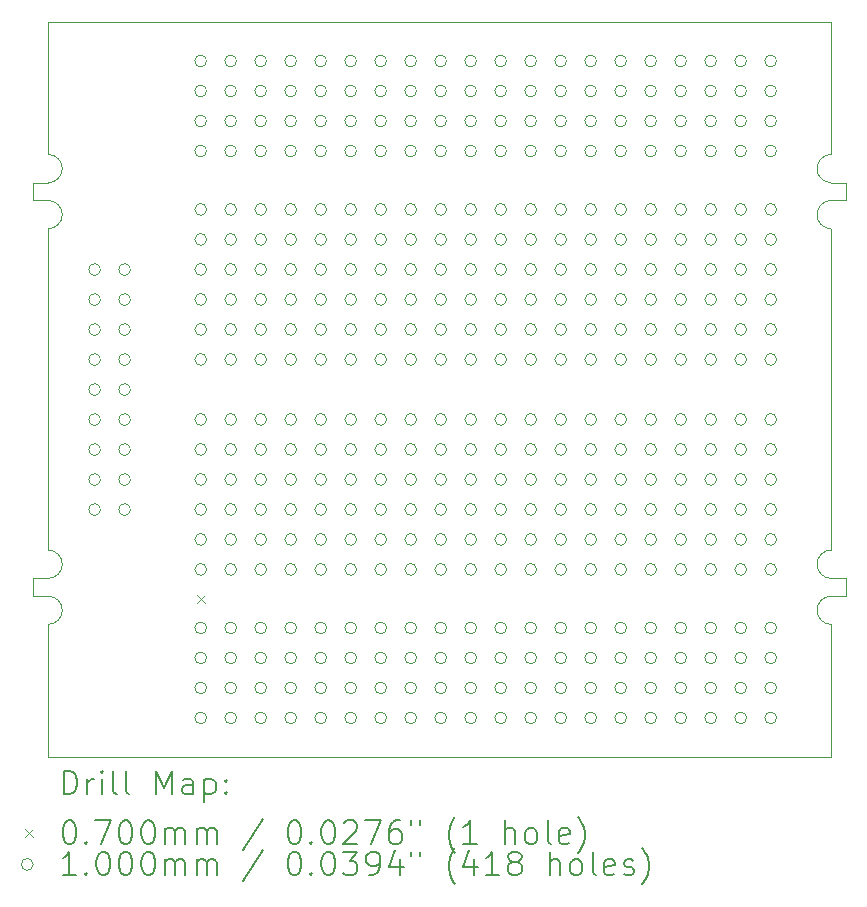
<source format=gbr>
%TF.GenerationSoftware,KiCad,Pcbnew,8.0.8*%
%TF.CreationDate,2025-02-19T14:03:17-05:00*%
%TF.ProjectId,plot_gerbers,706c6f74-5f67-4657-9262-6572732e6b69,rev?*%
%TF.SameCoordinates,Original*%
%TF.FileFunction,Drillmap*%
%TF.FilePolarity,Positive*%
%FSLAX45Y45*%
G04 Gerber Fmt 4.5, Leading zero omitted, Abs format (unit mm)*
G04 Created by KiCad (PCBNEW 8.0.8) date 2025-02-19 14:03:17*
%MOMM*%
%LPD*%
G01*
G04 APERTURE LIST*
%ADD10C,0.050000*%
%ADD11C,0.200000*%
%ADD12C,0.100000*%
G04 APERTURE END LIST*
D10*
X18074000Y-8653000D02*
G75*
G02*
X17954000Y-8533000I0J120000D01*
G01*
X11444000Y-12003000D02*
X11319000Y-12003000D01*
X11564000Y-8533000D02*
G75*
G02*
X11444000Y-8653000I-120010J10D01*
G01*
X17954000Y-11883000D02*
G75*
G02*
X18074000Y-11763000I120010J-10D01*
G01*
X11444000Y-8413000D02*
G75*
G02*
X11564000Y-8533000I0J-120000D01*
G01*
X17954000Y-12273000D02*
G75*
G02*
X18074000Y-12153000I120010J-10D01*
G01*
X18074000Y-12153000D02*
X18199000Y-12153000D01*
X18074000Y-13518000D02*
X18074000Y-12393000D01*
X11444000Y-12153000D02*
G75*
G02*
X11564000Y-12273000I0J-120000D01*
G01*
X18074000Y-8803000D02*
X18199000Y-8803000D01*
X18199000Y-8653000D02*
X18199000Y-8803000D01*
X11444000Y-8803000D02*
X11319000Y-8803000D01*
X11564000Y-11883000D02*
G75*
G02*
X11444000Y-12003000I-120010J10D01*
G01*
X18074000Y-12003000D02*
G75*
G02*
X17954000Y-11883000I0J120000D01*
G01*
X17954000Y-8533000D02*
G75*
G02*
X18074000Y-8413000I120010J-10D01*
G01*
X18074000Y-8413000D02*
X18074000Y-7288000D01*
X11444000Y-8653000D02*
X11319000Y-8653000D01*
X11444000Y-11763000D02*
G75*
G02*
X11564000Y-11883000I0J-120000D01*
G01*
X11444000Y-7288000D02*
X11444000Y-8413000D01*
X11444000Y-13518000D02*
X18074000Y-13518000D01*
X11444000Y-12393000D02*
X11444000Y-13518000D01*
X18074000Y-12393000D02*
G75*
G02*
X17954000Y-12273000I0J120000D01*
G01*
X17954000Y-8923000D02*
G75*
G02*
X18074000Y-8803000I120010J-10D01*
G01*
X11564000Y-12273000D02*
G75*
G02*
X11444000Y-12393000I-120010J10D01*
G01*
X18074000Y-8653000D02*
X18199000Y-8653000D01*
X11319000Y-8803000D02*
X11319000Y-8653000D01*
X11444000Y-12153000D02*
X11319000Y-12153000D01*
X18199000Y-12003000D02*
X18199000Y-12153000D01*
X18074000Y-11763000D02*
X18074000Y-9043000D01*
X11444000Y-7288000D02*
X18074000Y-7288000D01*
X18074000Y-12003000D02*
X18199000Y-12003000D01*
X11444000Y-8803000D02*
G75*
G02*
X11564000Y-8923000I0J-120000D01*
G01*
X11564000Y-8923000D02*
G75*
G02*
X11444000Y-9043000I-120010J10D01*
G01*
X11444000Y-9043000D02*
X11444000Y-11763000D01*
X18074000Y-9043000D02*
G75*
G02*
X17954000Y-8923000I0J120000D01*
G01*
X11319000Y-12153000D02*
X11319000Y-12003000D01*
D11*
D12*
X12706000Y-12144000D02*
X12776000Y-12214000D01*
X12776000Y-12144000D02*
X12706000Y-12214000D01*
X11887000Y-9388000D02*
G75*
G02*
X11787000Y-9388000I-50000J0D01*
G01*
X11787000Y-9388000D02*
G75*
G02*
X11887000Y-9388000I50000J0D01*
G01*
X11887000Y-9642000D02*
G75*
G02*
X11787000Y-9642000I-50000J0D01*
G01*
X11787000Y-9642000D02*
G75*
G02*
X11887000Y-9642000I50000J0D01*
G01*
X11887000Y-9896000D02*
G75*
G02*
X11787000Y-9896000I-50000J0D01*
G01*
X11787000Y-9896000D02*
G75*
G02*
X11887000Y-9896000I50000J0D01*
G01*
X11887000Y-10150000D02*
G75*
G02*
X11787000Y-10150000I-50000J0D01*
G01*
X11787000Y-10150000D02*
G75*
G02*
X11887000Y-10150000I50000J0D01*
G01*
X11887000Y-10404000D02*
G75*
G02*
X11787000Y-10404000I-50000J0D01*
G01*
X11787000Y-10404000D02*
G75*
G02*
X11887000Y-10404000I50000J0D01*
G01*
X11887000Y-10658000D02*
G75*
G02*
X11787000Y-10658000I-50000J0D01*
G01*
X11787000Y-10658000D02*
G75*
G02*
X11887000Y-10658000I50000J0D01*
G01*
X11887000Y-10912000D02*
G75*
G02*
X11787000Y-10912000I-50000J0D01*
G01*
X11787000Y-10912000D02*
G75*
G02*
X11887000Y-10912000I50000J0D01*
G01*
X11887000Y-11166000D02*
G75*
G02*
X11787000Y-11166000I-50000J0D01*
G01*
X11787000Y-11166000D02*
G75*
G02*
X11887000Y-11166000I50000J0D01*
G01*
X11887000Y-11420000D02*
G75*
G02*
X11787000Y-11420000I-50000J0D01*
G01*
X11787000Y-11420000D02*
G75*
G02*
X11887000Y-11420000I50000J0D01*
G01*
X12141000Y-9388000D02*
G75*
G02*
X12041000Y-9388000I-50000J0D01*
G01*
X12041000Y-9388000D02*
G75*
G02*
X12141000Y-9388000I50000J0D01*
G01*
X12141000Y-9642000D02*
G75*
G02*
X12041000Y-9642000I-50000J0D01*
G01*
X12041000Y-9642000D02*
G75*
G02*
X12141000Y-9642000I50000J0D01*
G01*
X12141000Y-9896000D02*
G75*
G02*
X12041000Y-9896000I-50000J0D01*
G01*
X12041000Y-9896000D02*
G75*
G02*
X12141000Y-9896000I50000J0D01*
G01*
X12141000Y-10150000D02*
G75*
G02*
X12041000Y-10150000I-50000J0D01*
G01*
X12041000Y-10150000D02*
G75*
G02*
X12141000Y-10150000I50000J0D01*
G01*
X12141000Y-10404000D02*
G75*
G02*
X12041000Y-10404000I-50000J0D01*
G01*
X12041000Y-10404000D02*
G75*
G02*
X12141000Y-10404000I50000J0D01*
G01*
X12141000Y-10658000D02*
G75*
G02*
X12041000Y-10658000I-50000J0D01*
G01*
X12041000Y-10658000D02*
G75*
G02*
X12141000Y-10658000I50000J0D01*
G01*
X12141000Y-10912000D02*
G75*
G02*
X12041000Y-10912000I-50000J0D01*
G01*
X12041000Y-10912000D02*
G75*
G02*
X12141000Y-10912000I50000J0D01*
G01*
X12141000Y-11166000D02*
G75*
G02*
X12041000Y-11166000I-50000J0D01*
G01*
X12041000Y-11166000D02*
G75*
G02*
X12141000Y-11166000I50000J0D01*
G01*
X12141000Y-11420000D02*
G75*
G02*
X12041000Y-11420000I-50000J0D01*
G01*
X12041000Y-11420000D02*
G75*
G02*
X12141000Y-11420000I50000J0D01*
G01*
X12786000Y-7622000D02*
G75*
G02*
X12686000Y-7622000I-50000J0D01*
G01*
X12686000Y-7622000D02*
G75*
G02*
X12786000Y-7622000I50000J0D01*
G01*
X12786000Y-7876000D02*
G75*
G02*
X12686000Y-7876000I-50000J0D01*
G01*
X12686000Y-7876000D02*
G75*
G02*
X12786000Y-7876000I50000J0D01*
G01*
X12786000Y-8130000D02*
G75*
G02*
X12686000Y-8130000I-50000J0D01*
G01*
X12686000Y-8130000D02*
G75*
G02*
X12786000Y-8130000I50000J0D01*
G01*
X12786000Y-8384000D02*
G75*
G02*
X12686000Y-8384000I-50000J0D01*
G01*
X12686000Y-8384000D02*
G75*
G02*
X12786000Y-8384000I50000J0D01*
G01*
X12786000Y-8879000D02*
G75*
G02*
X12686000Y-8879000I-50000J0D01*
G01*
X12686000Y-8879000D02*
G75*
G02*
X12786000Y-8879000I50000J0D01*
G01*
X12786000Y-9133000D02*
G75*
G02*
X12686000Y-9133000I-50000J0D01*
G01*
X12686000Y-9133000D02*
G75*
G02*
X12786000Y-9133000I50000J0D01*
G01*
X12786000Y-9387000D02*
G75*
G02*
X12686000Y-9387000I-50000J0D01*
G01*
X12686000Y-9387000D02*
G75*
G02*
X12786000Y-9387000I50000J0D01*
G01*
X12786000Y-9641000D02*
G75*
G02*
X12686000Y-9641000I-50000J0D01*
G01*
X12686000Y-9641000D02*
G75*
G02*
X12786000Y-9641000I50000J0D01*
G01*
X12786000Y-9895000D02*
G75*
G02*
X12686000Y-9895000I-50000J0D01*
G01*
X12686000Y-9895000D02*
G75*
G02*
X12786000Y-9895000I50000J0D01*
G01*
X12786000Y-10149000D02*
G75*
G02*
X12686000Y-10149000I-50000J0D01*
G01*
X12686000Y-10149000D02*
G75*
G02*
X12786000Y-10149000I50000J0D01*
G01*
X12786000Y-10657000D02*
G75*
G02*
X12686000Y-10657000I-50000J0D01*
G01*
X12686000Y-10657000D02*
G75*
G02*
X12786000Y-10657000I50000J0D01*
G01*
X12786000Y-10911000D02*
G75*
G02*
X12686000Y-10911000I-50000J0D01*
G01*
X12686000Y-10911000D02*
G75*
G02*
X12786000Y-10911000I50000J0D01*
G01*
X12786000Y-11165000D02*
G75*
G02*
X12686000Y-11165000I-50000J0D01*
G01*
X12686000Y-11165000D02*
G75*
G02*
X12786000Y-11165000I50000J0D01*
G01*
X12786000Y-11419000D02*
G75*
G02*
X12686000Y-11419000I-50000J0D01*
G01*
X12686000Y-11419000D02*
G75*
G02*
X12786000Y-11419000I50000J0D01*
G01*
X12786000Y-11673000D02*
G75*
G02*
X12686000Y-11673000I-50000J0D01*
G01*
X12686000Y-11673000D02*
G75*
G02*
X12786000Y-11673000I50000J0D01*
G01*
X12786000Y-11927000D02*
G75*
G02*
X12686000Y-11927000I-50000J0D01*
G01*
X12686000Y-11927000D02*
G75*
G02*
X12786000Y-11927000I50000J0D01*
G01*
X12786000Y-12422000D02*
G75*
G02*
X12686000Y-12422000I-50000J0D01*
G01*
X12686000Y-12422000D02*
G75*
G02*
X12786000Y-12422000I50000J0D01*
G01*
X12786000Y-12676000D02*
G75*
G02*
X12686000Y-12676000I-50000J0D01*
G01*
X12686000Y-12676000D02*
G75*
G02*
X12786000Y-12676000I50000J0D01*
G01*
X12786000Y-12930000D02*
G75*
G02*
X12686000Y-12930000I-50000J0D01*
G01*
X12686000Y-12930000D02*
G75*
G02*
X12786000Y-12930000I50000J0D01*
G01*
X12786000Y-13184000D02*
G75*
G02*
X12686000Y-13184000I-50000J0D01*
G01*
X12686000Y-13184000D02*
G75*
G02*
X12786000Y-13184000I50000J0D01*
G01*
X13040000Y-7622000D02*
G75*
G02*
X12940000Y-7622000I-50000J0D01*
G01*
X12940000Y-7622000D02*
G75*
G02*
X13040000Y-7622000I50000J0D01*
G01*
X13040000Y-7876000D02*
G75*
G02*
X12940000Y-7876000I-50000J0D01*
G01*
X12940000Y-7876000D02*
G75*
G02*
X13040000Y-7876000I50000J0D01*
G01*
X13040000Y-8130000D02*
G75*
G02*
X12940000Y-8130000I-50000J0D01*
G01*
X12940000Y-8130000D02*
G75*
G02*
X13040000Y-8130000I50000J0D01*
G01*
X13040000Y-8384000D02*
G75*
G02*
X12940000Y-8384000I-50000J0D01*
G01*
X12940000Y-8384000D02*
G75*
G02*
X13040000Y-8384000I50000J0D01*
G01*
X13040000Y-8879000D02*
G75*
G02*
X12940000Y-8879000I-50000J0D01*
G01*
X12940000Y-8879000D02*
G75*
G02*
X13040000Y-8879000I50000J0D01*
G01*
X13040000Y-9133000D02*
G75*
G02*
X12940000Y-9133000I-50000J0D01*
G01*
X12940000Y-9133000D02*
G75*
G02*
X13040000Y-9133000I50000J0D01*
G01*
X13040000Y-9387000D02*
G75*
G02*
X12940000Y-9387000I-50000J0D01*
G01*
X12940000Y-9387000D02*
G75*
G02*
X13040000Y-9387000I50000J0D01*
G01*
X13040000Y-9641000D02*
G75*
G02*
X12940000Y-9641000I-50000J0D01*
G01*
X12940000Y-9641000D02*
G75*
G02*
X13040000Y-9641000I50000J0D01*
G01*
X13040000Y-9895000D02*
G75*
G02*
X12940000Y-9895000I-50000J0D01*
G01*
X12940000Y-9895000D02*
G75*
G02*
X13040000Y-9895000I50000J0D01*
G01*
X13040000Y-10149000D02*
G75*
G02*
X12940000Y-10149000I-50000J0D01*
G01*
X12940000Y-10149000D02*
G75*
G02*
X13040000Y-10149000I50000J0D01*
G01*
X13040000Y-10657000D02*
G75*
G02*
X12940000Y-10657000I-50000J0D01*
G01*
X12940000Y-10657000D02*
G75*
G02*
X13040000Y-10657000I50000J0D01*
G01*
X13040000Y-10911000D02*
G75*
G02*
X12940000Y-10911000I-50000J0D01*
G01*
X12940000Y-10911000D02*
G75*
G02*
X13040000Y-10911000I50000J0D01*
G01*
X13040000Y-11165000D02*
G75*
G02*
X12940000Y-11165000I-50000J0D01*
G01*
X12940000Y-11165000D02*
G75*
G02*
X13040000Y-11165000I50000J0D01*
G01*
X13040000Y-11419000D02*
G75*
G02*
X12940000Y-11419000I-50000J0D01*
G01*
X12940000Y-11419000D02*
G75*
G02*
X13040000Y-11419000I50000J0D01*
G01*
X13040000Y-11673000D02*
G75*
G02*
X12940000Y-11673000I-50000J0D01*
G01*
X12940000Y-11673000D02*
G75*
G02*
X13040000Y-11673000I50000J0D01*
G01*
X13040000Y-11927000D02*
G75*
G02*
X12940000Y-11927000I-50000J0D01*
G01*
X12940000Y-11927000D02*
G75*
G02*
X13040000Y-11927000I50000J0D01*
G01*
X13040000Y-12422000D02*
G75*
G02*
X12940000Y-12422000I-50000J0D01*
G01*
X12940000Y-12422000D02*
G75*
G02*
X13040000Y-12422000I50000J0D01*
G01*
X13040000Y-12676000D02*
G75*
G02*
X12940000Y-12676000I-50000J0D01*
G01*
X12940000Y-12676000D02*
G75*
G02*
X13040000Y-12676000I50000J0D01*
G01*
X13040000Y-12930000D02*
G75*
G02*
X12940000Y-12930000I-50000J0D01*
G01*
X12940000Y-12930000D02*
G75*
G02*
X13040000Y-12930000I50000J0D01*
G01*
X13040000Y-13184000D02*
G75*
G02*
X12940000Y-13184000I-50000J0D01*
G01*
X12940000Y-13184000D02*
G75*
G02*
X13040000Y-13184000I50000J0D01*
G01*
X13294000Y-7622000D02*
G75*
G02*
X13194000Y-7622000I-50000J0D01*
G01*
X13194000Y-7622000D02*
G75*
G02*
X13294000Y-7622000I50000J0D01*
G01*
X13294000Y-7876000D02*
G75*
G02*
X13194000Y-7876000I-50000J0D01*
G01*
X13194000Y-7876000D02*
G75*
G02*
X13294000Y-7876000I50000J0D01*
G01*
X13294000Y-8130000D02*
G75*
G02*
X13194000Y-8130000I-50000J0D01*
G01*
X13194000Y-8130000D02*
G75*
G02*
X13294000Y-8130000I50000J0D01*
G01*
X13294000Y-8384000D02*
G75*
G02*
X13194000Y-8384000I-50000J0D01*
G01*
X13194000Y-8384000D02*
G75*
G02*
X13294000Y-8384000I50000J0D01*
G01*
X13294000Y-8879000D02*
G75*
G02*
X13194000Y-8879000I-50000J0D01*
G01*
X13194000Y-8879000D02*
G75*
G02*
X13294000Y-8879000I50000J0D01*
G01*
X13294000Y-9133000D02*
G75*
G02*
X13194000Y-9133000I-50000J0D01*
G01*
X13194000Y-9133000D02*
G75*
G02*
X13294000Y-9133000I50000J0D01*
G01*
X13294000Y-9387000D02*
G75*
G02*
X13194000Y-9387000I-50000J0D01*
G01*
X13194000Y-9387000D02*
G75*
G02*
X13294000Y-9387000I50000J0D01*
G01*
X13294000Y-9641000D02*
G75*
G02*
X13194000Y-9641000I-50000J0D01*
G01*
X13194000Y-9641000D02*
G75*
G02*
X13294000Y-9641000I50000J0D01*
G01*
X13294000Y-9895000D02*
G75*
G02*
X13194000Y-9895000I-50000J0D01*
G01*
X13194000Y-9895000D02*
G75*
G02*
X13294000Y-9895000I50000J0D01*
G01*
X13294000Y-10149000D02*
G75*
G02*
X13194000Y-10149000I-50000J0D01*
G01*
X13194000Y-10149000D02*
G75*
G02*
X13294000Y-10149000I50000J0D01*
G01*
X13294000Y-10657000D02*
G75*
G02*
X13194000Y-10657000I-50000J0D01*
G01*
X13194000Y-10657000D02*
G75*
G02*
X13294000Y-10657000I50000J0D01*
G01*
X13294000Y-10911000D02*
G75*
G02*
X13194000Y-10911000I-50000J0D01*
G01*
X13194000Y-10911000D02*
G75*
G02*
X13294000Y-10911000I50000J0D01*
G01*
X13294000Y-11165000D02*
G75*
G02*
X13194000Y-11165000I-50000J0D01*
G01*
X13194000Y-11165000D02*
G75*
G02*
X13294000Y-11165000I50000J0D01*
G01*
X13294000Y-11419000D02*
G75*
G02*
X13194000Y-11419000I-50000J0D01*
G01*
X13194000Y-11419000D02*
G75*
G02*
X13294000Y-11419000I50000J0D01*
G01*
X13294000Y-11673000D02*
G75*
G02*
X13194000Y-11673000I-50000J0D01*
G01*
X13194000Y-11673000D02*
G75*
G02*
X13294000Y-11673000I50000J0D01*
G01*
X13294000Y-11927000D02*
G75*
G02*
X13194000Y-11927000I-50000J0D01*
G01*
X13194000Y-11927000D02*
G75*
G02*
X13294000Y-11927000I50000J0D01*
G01*
X13294000Y-12422000D02*
G75*
G02*
X13194000Y-12422000I-50000J0D01*
G01*
X13194000Y-12422000D02*
G75*
G02*
X13294000Y-12422000I50000J0D01*
G01*
X13294000Y-12676000D02*
G75*
G02*
X13194000Y-12676000I-50000J0D01*
G01*
X13194000Y-12676000D02*
G75*
G02*
X13294000Y-12676000I50000J0D01*
G01*
X13294000Y-12930000D02*
G75*
G02*
X13194000Y-12930000I-50000J0D01*
G01*
X13194000Y-12930000D02*
G75*
G02*
X13294000Y-12930000I50000J0D01*
G01*
X13294000Y-13184000D02*
G75*
G02*
X13194000Y-13184000I-50000J0D01*
G01*
X13194000Y-13184000D02*
G75*
G02*
X13294000Y-13184000I50000J0D01*
G01*
X13548000Y-7622000D02*
G75*
G02*
X13448000Y-7622000I-50000J0D01*
G01*
X13448000Y-7622000D02*
G75*
G02*
X13548000Y-7622000I50000J0D01*
G01*
X13548000Y-7876000D02*
G75*
G02*
X13448000Y-7876000I-50000J0D01*
G01*
X13448000Y-7876000D02*
G75*
G02*
X13548000Y-7876000I50000J0D01*
G01*
X13548000Y-8130000D02*
G75*
G02*
X13448000Y-8130000I-50000J0D01*
G01*
X13448000Y-8130000D02*
G75*
G02*
X13548000Y-8130000I50000J0D01*
G01*
X13548000Y-8384000D02*
G75*
G02*
X13448000Y-8384000I-50000J0D01*
G01*
X13448000Y-8384000D02*
G75*
G02*
X13548000Y-8384000I50000J0D01*
G01*
X13548000Y-8879000D02*
G75*
G02*
X13448000Y-8879000I-50000J0D01*
G01*
X13448000Y-8879000D02*
G75*
G02*
X13548000Y-8879000I50000J0D01*
G01*
X13548000Y-9133000D02*
G75*
G02*
X13448000Y-9133000I-50000J0D01*
G01*
X13448000Y-9133000D02*
G75*
G02*
X13548000Y-9133000I50000J0D01*
G01*
X13548000Y-9387000D02*
G75*
G02*
X13448000Y-9387000I-50000J0D01*
G01*
X13448000Y-9387000D02*
G75*
G02*
X13548000Y-9387000I50000J0D01*
G01*
X13548000Y-9641000D02*
G75*
G02*
X13448000Y-9641000I-50000J0D01*
G01*
X13448000Y-9641000D02*
G75*
G02*
X13548000Y-9641000I50000J0D01*
G01*
X13548000Y-9895000D02*
G75*
G02*
X13448000Y-9895000I-50000J0D01*
G01*
X13448000Y-9895000D02*
G75*
G02*
X13548000Y-9895000I50000J0D01*
G01*
X13548000Y-10149000D02*
G75*
G02*
X13448000Y-10149000I-50000J0D01*
G01*
X13448000Y-10149000D02*
G75*
G02*
X13548000Y-10149000I50000J0D01*
G01*
X13548000Y-10657000D02*
G75*
G02*
X13448000Y-10657000I-50000J0D01*
G01*
X13448000Y-10657000D02*
G75*
G02*
X13548000Y-10657000I50000J0D01*
G01*
X13548000Y-10911000D02*
G75*
G02*
X13448000Y-10911000I-50000J0D01*
G01*
X13448000Y-10911000D02*
G75*
G02*
X13548000Y-10911000I50000J0D01*
G01*
X13548000Y-11165000D02*
G75*
G02*
X13448000Y-11165000I-50000J0D01*
G01*
X13448000Y-11165000D02*
G75*
G02*
X13548000Y-11165000I50000J0D01*
G01*
X13548000Y-11419000D02*
G75*
G02*
X13448000Y-11419000I-50000J0D01*
G01*
X13448000Y-11419000D02*
G75*
G02*
X13548000Y-11419000I50000J0D01*
G01*
X13548000Y-11673000D02*
G75*
G02*
X13448000Y-11673000I-50000J0D01*
G01*
X13448000Y-11673000D02*
G75*
G02*
X13548000Y-11673000I50000J0D01*
G01*
X13548000Y-11927000D02*
G75*
G02*
X13448000Y-11927000I-50000J0D01*
G01*
X13448000Y-11927000D02*
G75*
G02*
X13548000Y-11927000I50000J0D01*
G01*
X13548000Y-12422000D02*
G75*
G02*
X13448000Y-12422000I-50000J0D01*
G01*
X13448000Y-12422000D02*
G75*
G02*
X13548000Y-12422000I50000J0D01*
G01*
X13548000Y-12676000D02*
G75*
G02*
X13448000Y-12676000I-50000J0D01*
G01*
X13448000Y-12676000D02*
G75*
G02*
X13548000Y-12676000I50000J0D01*
G01*
X13548000Y-12930000D02*
G75*
G02*
X13448000Y-12930000I-50000J0D01*
G01*
X13448000Y-12930000D02*
G75*
G02*
X13548000Y-12930000I50000J0D01*
G01*
X13548000Y-13184000D02*
G75*
G02*
X13448000Y-13184000I-50000J0D01*
G01*
X13448000Y-13184000D02*
G75*
G02*
X13548000Y-13184000I50000J0D01*
G01*
X13802000Y-7622000D02*
G75*
G02*
X13702000Y-7622000I-50000J0D01*
G01*
X13702000Y-7622000D02*
G75*
G02*
X13802000Y-7622000I50000J0D01*
G01*
X13802000Y-7876000D02*
G75*
G02*
X13702000Y-7876000I-50000J0D01*
G01*
X13702000Y-7876000D02*
G75*
G02*
X13802000Y-7876000I50000J0D01*
G01*
X13802000Y-8130000D02*
G75*
G02*
X13702000Y-8130000I-50000J0D01*
G01*
X13702000Y-8130000D02*
G75*
G02*
X13802000Y-8130000I50000J0D01*
G01*
X13802000Y-8384000D02*
G75*
G02*
X13702000Y-8384000I-50000J0D01*
G01*
X13702000Y-8384000D02*
G75*
G02*
X13802000Y-8384000I50000J0D01*
G01*
X13802000Y-8879000D02*
G75*
G02*
X13702000Y-8879000I-50000J0D01*
G01*
X13702000Y-8879000D02*
G75*
G02*
X13802000Y-8879000I50000J0D01*
G01*
X13802000Y-9133000D02*
G75*
G02*
X13702000Y-9133000I-50000J0D01*
G01*
X13702000Y-9133000D02*
G75*
G02*
X13802000Y-9133000I50000J0D01*
G01*
X13802000Y-9387000D02*
G75*
G02*
X13702000Y-9387000I-50000J0D01*
G01*
X13702000Y-9387000D02*
G75*
G02*
X13802000Y-9387000I50000J0D01*
G01*
X13802000Y-9641000D02*
G75*
G02*
X13702000Y-9641000I-50000J0D01*
G01*
X13702000Y-9641000D02*
G75*
G02*
X13802000Y-9641000I50000J0D01*
G01*
X13802000Y-9895000D02*
G75*
G02*
X13702000Y-9895000I-50000J0D01*
G01*
X13702000Y-9895000D02*
G75*
G02*
X13802000Y-9895000I50000J0D01*
G01*
X13802000Y-10149000D02*
G75*
G02*
X13702000Y-10149000I-50000J0D01*
G01*
X13702000Y-10149000D02*
G75*
G02*
X13802000Y-10149000I50000J0D01*
G01*
X13802000Y-10657000D02*
G75*
G02*
X13702000Y-10657000I-50000J0D01*
G01*
X13702000Y-10657000D02*
G75*
G02*
X13802000Y-10657000I50000J0D01*
G01*
X13802000Y-10911000D02*
G75*
G02*
X13702000Y-10911000I-50000J0D01*
G01*
X13702000Y-10911000D02*
G75*
G02*
X13802000Y-10911000I50000J0D01*
G01*
X13802000Y-11165000D02*
G75*
G02*
X13702000Y-11165000I-50000J0D01*
G01*
X13702000Y-11165000D02*
G75*
G02*
X13802000Y-11165000I50000J0D01*
G01*
X13802000Y-11419000D02*
G75*
G02*
X13702000Y-11419000I-50000J0D01*
G01*
X13702000Y-11419000D02*
G75*
G02*
X13802000Y-11419000I50000J0D01*
G01*
X13802000Y-11673000D02*
G75*
G02*
X13702000Y-11673000I-50000J0D01*
G01*
X13702000Y-11673000D02*
G75*
G02*
X13802000Y-11673000I50000J0D01*
G01*
X13802000Y-11927000D02*
G75*
G02*
X13702000Y-11927000I-50000J0D01*
G01*
X13702000Y-11927000D02*
G75*
G02*
X13802000Y-11927000I50000J0D01*
G01*
X13802000Y-12422000D02*
G75*
G02*
X13702000Y-12422000I-50000J0D01*
G01*
X13702000Y-12422000D02*
G75*
G02*
X13802000Y-12422000I50000J0D01*
G01*
X13802000Y-12676000D02*
G75*
G02*
X13702000Y-12676000I-50000J0D01*
G01*
X13702000Y-12676000D02*
G75*
G02*
X13802000Y-12676000I50000J0D01*
G01*
X13802000Y-12930000D02*
G75*
G02*
X13702000Y-12930000I-50000J0D01*
G01*
X13702000Y-12930000D02*
G75*
G02*
X13802000Y-12930000I50000J0D01*
G01*
X13802000Y-13184000D02*
G75*
G02*
X13702000Y-13184000I-50000J0D01*
G01*
X13702000Y-13184000D02*
G75*
G02*
X13802000Y-13184000I50000J0D01*
G01*
X14056000Y-7622000D02*
G75*
G02*
X13956000Y-7622000I-50000J0D01*
G01*
X13956000Y-7622000D02*
G75*
G02*
X14056000Y-7622000I50000J0D01*
G01*
X14056000Y-7876000D02*
G75*
G02*
X13956000Y-7876000I-50000J0D01*
G01*
X13956000Y-7876000D02*
G75*
G02*
X14056000Y-7876000I50000J0D01*
G01*
X14056000Y-8130000D02*
G75*
G02*
X13956000Y-8130000I-50000J0D01*
G01*
X13956000Y-8130000D02*
G75*
G02*
X14056000Y-8130000I50000J0D01*
G01*
X14056000Y-8384000D02*
G75*
G02*
X13956000Y-8384000I-50000J0D01*
G01*
X13956000Y-8384000D02*
G75*
G02*
X14056000Y-8384000I50000J0D01*
G01*
X14056000Y-8879000D02*
G75*
G02*
X13956000Y-8879000I-50000J0D01*
G01*
X13956000Y-8879000D02*
G75*
G02*
X14056000Y-8879000I50000J0D01*
G01*
X14056000Y-9133000D02*
G75*
G02*
X13956000Y-9133000I-50000J0D01*
G01*
X13956000Y-9133000D02*
G75*
G02*
X14056000Y-9133000I50000J0D01*
G01*
X14056000Y-9387000D02*
G75*
G02*
X13956000Y-9387000I-50000J0D01*
G01*
X13956000Y-9387000D02*
G75*
G02*
X14056000Y-9387000I50000J0D01*
G01*
X14056000Y-9641000D02*
G75*
G02*
X13956000Y-9641000I-50000J0D01*
G01*
X13956000Y-9641000D02*
G75*
G02*
X14056000Y-9641000I50000J0D01*
G01*
X14056000Y-9895000D02*
G75*
G02*
X13956000Y-9895000I-50000J0D01*
G01*
X13956000Y-9895000D02*
G75*
G02*
X14056000Y-9895000I50000J0D01*
G01*
X14056000Y-10149000D02*
G75*
G02*
X13956000Y-10149000I-50000J0D01*
G01*
X13956000Y-10149000D02*
G75*
G02*
X14056000Y-10149000I50000J0D01*
G01*
X14056000Y-10657000D02*
G75*
G02*
X13956000Y-10657000I-50000J0D01*
G01*
X13956000Y-10657000D02*
G75*
G02*
X14056000Y-10657000I50000J0D01*
G01*
X14056000Y-10911000D02*
G75*
G02*
X13956000Y-10911000I-50000J0D01*
G01*
X13956000Y-10911000D02*
G75*
G02*
X14056000Y-10911000I50000J0D01*
G01*
X14056000Y-11165000D02*
G75*
G02*
X13956000Y-11165000I-50000J0D01*
G01*
X13956000Y-11165000D02*
G75*
G02*
X14056000Y-11165000I50000J0D01*
G01*
X14056000Y-11419000D02*
G75*
G02*
X13956000Y-11419000I-50000J0D01*
G01*
X13956000Y-11419000D02*
G75*
G02*
X14056000Y-11419000I50000J0D01*
G01*
X14056000Y-11673000D02*
G75*
G02*
X13956000Y-11673000I-50000J0D01*
G01*
X13956000Y-11673000D02*
G75*
G02*
X14056000Y-11673000I50000J0D01*
G01*
X14056000Y-11927000D02*
G75*
G02*
X13956000Y-11927000I-50000J0D01*
G01*
X13956000Y-11927000D02*
G75*
G02*
X14056000Y-11927000I50000J0D01*
G01*
X14056000Y-12422000D02*
G75*
G02*
X13956000Y-12422000I-50000J0D01*
G01*
X13956000Y-12422000D02*
G75*
G02*
X14056000Y-12422000I50000J0D01*
G01*
X14056000Y-12676000D02*
G75*
G02*
X13956000Y-12676000I-50000J0D01*
G01*
X13956000Y-12676000D02*
G75*
G02*
X14056000Y-12676000I50000J0D01*
G01*
X14056000Y-12930000D02*
G75*
G02*
X13956000Y-12930000I-50000J0D01*
G01*
X13956000Y-12930000D02*
G75*
G02*
X14056000Y-12930000I50000J0D01*
G01*
X14056000Y-13184000D02*
G75*
G02*
X13956000Y-13184000I-50000J0D01*
G01*
X13956000Y-13184000D02*
G75*
G02*
X14056000Y-13184000I50000J0D01*
G01*
X14310000Y-7622000D02*
G75*
G02*
X14210000Y-7622000I-50000J0D01*
G01*
X14210000Y-7622000D02*
G75*
G02*
X14310000Y-7622000I50000J0D01*
G01*
X14310000Y-7876000D02*
G75*
G02*
X14210000Y-7876000I-50000J0D01*
G01*
X14210000Y-7876000D02*
G75*
G02*
X14310000Y-7876000I50000J0D01*
G01*
X14310000Y-8130000D02*
G75*
G02*
X14210000Y-8130000I-50000J0D01*
G01*
X14210000Y-8130000D02*
G75*
G02*
X14310000Y-8130000I50000J0D01*
G01*
X14310000Y-8384000D02*
G75*
G02*
X14210000Y-8384000I-50000J0D01*
G01*
X14210000Y-8384000D02*
G75*
G02*
X14310000Y-8384000I50000J0D01*
G01*
X14310000Y-8879000D02*
G75*
G02*
X14210000Y-8879000I-50000J0D01*
G01*
X14210000Y-8879000D02*
G75*
G02*
X14310000Y-8879000I50000J0D01*
G01*
X14310000Y-9133000D02*
G75*
G02*
X14210000Y-9133000I-50000J0D01*
G01*
X14210000Y-9133000D02*
G75*
G02*
X14310000Y-9133000I50000J0D01*
G01*
X14310000Y-9387000D02*
G75*
G02*
X14210000Y-9387000I-50000J0D01*
G01*
X14210000Y-9387000D02*
G75*
G02*
X14310000Y-9387000I50000J0D01*
G01*
X14310000Y-9641000D02*
G75*
G02*
X14210000Y-9641000I-50000J0D01*
G01*
X14210000Y-9641000D02*
G75*
G02*
X14310000Y-9641000I50000J0D01*
G01*
X14310000Y-9895000D02*
G75*
G02*
X14210000Y-9895000I-50000J0D01*
G01*
X14210000Y-9895000D02*
G75*
G02*
X14310000Y-9895000I50000J0D01*
G01*
X14310000Y-10149000D02*
G75*
G02*
X14210000Y-10149000I-50000J0D01*
G01*
X14210000Y-10149000D02*
G75*
G02*
X14310000Y-10149000I50000J0D01*
G01*
X14310000Y-10657000D02*
G75*
G02*
X14210000Y-10657000I-50000J0D01*
G01*
X14210000Y-10657000D02*
G75*
G02*
X14310000Y-10657000I50000J0D01*
G01*
X14310000Y-10911000D02*
G75*
G02*
X14210000Y-10911000I-50000J0D01*
G01*
X14210000Y-10911000D02*
G75*
G02*
X14310000Y-10911000I50000J0D01*
G01*
X14310000Y-11165000D02*
G75*
G02*
X14210000Y-11165000I-50000J0D01*
G01*
X14210000Y-11165000D02*
G75*
G02*
X14310000Y-11165000I50000J0D01*
G01*
X14310000Y-11419000D02*
G75*
G02*
X14210000Y-11419000I-50000J0D01*
G01*
X14210000Y-11419000D02*
G75*
G02*
X14310000Y-11419000I50000J0D01*
G01*
X14310000Y-11673000D02*
G75*
G02*
X14210000Y-11673000I-50000J0D01*
G01*
X14210000Y-11673000D02*
G75*
G02*
X14310000Y-11673000I50000J0D01*
G01*
X14310000Y-11927000D02*
G75*
G02*
X14210000Y-11927000I-50000J0D01*
G01*
X14210000Y-11927000D02*
G75*
G02*
X14310000Y-11927000I50000J0D01*
G01*
X14310000Y-12422000D02*
G75*
G02*
X14210000Y-12422000I-50000J0D01*
G01*
X14210000Y-12422000D02*
G75*
G02*
X14310000Y-12422000I50000J0D01*
G01*
X14310000Y-12676000D02*
G75*
G02*
X14210000Y-12676000I-50000J0D01*
G01*
X14210000Y-12676000D02*
G75*
G02*
X14310000Y-12676000I50000J0D01*
G01*
X14310000Y-12930000D02*
G75*
G02*
X14210000Y-12930000I-50000J0D01*
G01*
X14210000Y-12930000D02*
G75*
G02*
X14310000Y-12930000I50000J0D01*
G01*
X14310000Y-13184000D02*
G75*
G02*
X14210000Y-13184000I-50000J0D01*
G01*
X14210000Y-13184000D02*
G75*
G02*
X14310000Y-13184000I50000J0D01*
G01*
X14564000Y-7622000D02*
G75*
G02*
X14464000Y-7622000I-50000J0D01*
G01*
X14464000Y-7622000D02*
G75*
G02*
X14564000Y-7622000I50000J0D01*
G01*
X14564000Y-7876000D02*
G75*
G02*
X14464000Y-7876000I-50000J0D01*
G01*
X14464000Y-7876000D02*
G75*
G02*
X14564000Y-7876000I50000J0D01*
G01*
X14564000Y-8130000D02*
G75*
G02*
X14464000Y-8130000I-50000J0D01*
G01*
X14464000Y-8130000D02*
G75*
G02*
X14564000Y-8130000I50000J0D01*
G01*
X14564000Y-8384000D02*
G75*
G02*
X14464000Y-8384000I-50000J0D01*
G01*
X14464000Y-8384000D02*
G75*
G02*
X14564000Y-8384000I50000J0D01*
G01*
X14564000Y-8879000D02*
G75*
G02*
X14464000Y-8879000I-50000J0D01*
G01*
X14464000Y-8879000D02*
G75*
G02*
X14564000Y-8879000I50000J0D01*
G01*
X14564000Y-9133000D02*
G75*
G02*
X14464000Y-9133000I-50000J0D01*
G01*
X14464000Y-9133000D02*
G75*
G02*
X14564000Y-9133000I50000J0D01*
G01*
X14564000Y-9387000D02*
G75*
G02*
X14464000Y-9387000I-50000J0D01*
G01*
X14464000Y-9387000D02*
G75*
G02*
X14564000Y-9387000I50000J0D01*
G01*
X14564000Y-9641000D02*
G75*
G02*
X14464000Y-9641000I-50000J0D01*
G01*
X14464000Y-9641000D02*
G75*
G02*
X14564000Y-9641000I50000J0D01*
G01*
X14564000Y-9895000D02*
G75*
G02*
X14464000Y-9895000I-50000J0D01*
G01*
X14464000Y-9895000D02*
G75*
G02*
X14564000Y-9895000I50000J0D01*
G01*
X14564000Y-10149000D02*
G75*
G02*
X14464000Y-10149000I-50000J0D01*
G01*
X14464000Y-10149000D02*
G75*
G02*
X14564000Y-10149000I50000J0D01*
G01*
X14564000Y-10657000D02*
G75*
G02*
X14464000Y-10657000I-50000J0D01*
G01*
X14464000Y-10657000D02*
G75*
G02*
X14564000Y-10657000I50000J0D01*
G01*
X14564000Y-10911000D02*
G75*
G02*
X14464000Y-10911000I-50000J0D01*
G01*
X14464000Y-10911000D02*
G75*
G02*
X14564000Y-10911000I50000J0D01*
G01*
X14564000Y-11165000D02*
G75*
G02*
X14464000Y-11165000I-50000J0D01*
G01*
X14464000Y-11165000D02*
G75*
G02*
X14564000Y-11165000I50000J0D01*
G01*
X14564000Y-11419000D02*
G75*
G02*
X14464000Y-11419000I-50000J0D01*
G01*
X14464000Y-11419000D02*
G75*
G02*
X14564000Y-11419000I50000J0D01*
G01*
X14564000Y-11673000D02*
G75*
G02*
X14464000Y-11673000I-50000J0D01*
G01*
X14464000Y-11673000D02*
G75*
G02*
X14564000Y-11673000I50000J0D01*
G01*
X14564000Y-11927000D02*
G75*
G02*
X14464000Y-11927000I-50000J0D01*
G01*
X14464000Y-11927000D02*
G75*
G02*
X14564000Y-11927000I50000J0D01*
G01*
X14564000Y-12422000D02*
G75*
G02*
X14464000Y-12422000I-50000J0D01*
G01*
X14464000Y-12422000D02*
G75*
G02*
X14564000Y-12422000I50000J0D01*
G01*
X14564000Y-12676000D02*
G75*
G02*
X14464000Y-12676000I-50000J0D01*
G01*
X14464000Y-12676000D02*
G75*
G02*
X14564000Y-12676000I50000J0D01*
G01*
X14564000Y-12930000D02*
G75*
G02*
X14464000Y-12930000I-50000J0D01*
G01*
X14464000Y-12930000D02*
G75*
G02*
X14564000Y-12930000I50000J0D01*
G01*
X14564000Y-13184000D02*
G75*
G02*
X14464000Y-13184000I-50000J0D01*
G01*
X14464000Y-13184000D02*
G75*
G02*
X14564000Y-13184000I50000J0D01*
G01*
X14818000Y-7622000D02*
G75*
G02*
X14718000Y-7622000I-50000J0D01*
G01*
X14718000Y-7622000D02*
G75*
G02*
X14818000Y-7622000I50000J0D01*
G01*
X14818000Y-7876000D02*
G75*
G02*
X14718000Y-7876000I-50000J0D01*
G01*
X14718000Y-7876000D02*
G75*
G02*
X14818000Y-7876000I50000J0D01*
G01*
X14818000Y-8130000D02*
G75*
G02*
X14718000Y-8130000I-50000J0D01*
G01*
X14718000Y-8130000D02*
G75*
G02*
X14818000Y-8130000I50000J0D01*
G01*
X14818000Y-8384000D02*
G75*
G02*
X14718000Y-8384000I-50000J0D01*
G01*
X14718000Y-8384000D02*
G75*
G02*
X14818000Y-8384000I50000J0D01*
G01*
X14818000Y-8879000D02*
G75*
G02*
X14718000Y-8879000I-50000J0D01*
G01*
X14718000Y-8879000D02*
G75*
G02*
X14818000Y-8879000I50000J0D01*
G01*
X14818000Y-9133000D02*
G75*
G02*
X14718000Y-9133000I-50000J0D01*
G01*
X14718000Y-9133000D02*
G75*
G02*
X14818000Y-9133000I50000J0D01*
G01*
X14818000Y-9387000D02*
G75*
G02*
X14718000Y-9387000I-50000J0D01*
G01*
X14718000Y-9387000D02*
G75*
G02*
X14818000Y-9387000I50000J0D01*
G01*
X14818000Y-9641000D02*
G75*
G02*
X14718000Y-9641000I-50000J0D01*
G01*
X14718000Y-9641000D02*
G75*
G02*
X14818000Y-9641000I50000J0D01*
G01*
X14818000Y-9895000D02*
G75*
G02*
X14718000Y-9895000I-50000J0D01*
G01*
X14718000Y-9895000D02*
G75*
G02*
X14818000Y-9895000I50000J0D01*
G01*
X14818000Y-10149000D02*
G75*
G02*
X14718000Y-10149000I-50000J0D01*
G01*
X14718000Y-10149000D02*
G75*
G02*
X14818000Y-10149000I50000J0D01*
G01*
X14818000Y-10657000D02*
G75*
G02*
X14718000Y-10657000I-50000J0D01*
G01*
X14718000Y-10657000D02*
G75*
G02*
X14818000Y-10657000I50000J0D01*
G01*
X14818000Y-10911000D02*
G75*
G02*
X14718000Y-10911000I-50000J0D01*
G01*
X14718000Y-10911000D02*
G75*
G02*
X14818000Y-10911000I50000J0D01*
G01*
X14818000Y-11165000D02*
G75*
G02*
X14718000Y-11165000I-50000J0D01*
G01*
X14718000Y-11165000D02*
G75*
G02*
X14818000Y-11165000I50000J0D01*
G01*
X14818000Y-11419000D02*
G75*
G02*
X14718000Y-11419000I-50000J0D01*
G01*
X14718000Y-11419000D02*
G75*
G02*
X14818000Y-11419000I50000J0D01*
G01*
X14818000Y-11673000D02*
G75*
G02*
X14718000Y-11673000I-50000J0D01*
G01*
X14718000Y-11673000D02*
G75*
G02*
X14818000Y-11673000I50000J0D01*
G01*
X14818000Y-11927000D02*
G75*
G02*
X14718000Y-11927000I-50000J0D01*
G01*
X14718000Y-11927000D02*
G75*
G02*
X14818000Y-11927000I50000J0D01*
G01*
X14818000Y-12422000D02*
G75*
G02*
X14718000Y-12422000I-50000J0D01*
G01*
X14718000Y-12422000D02*
G75*
G02*
X14818000Y-12422000I50000J0D01*
G01*
X14818000Y-12676000D02*
G75*
G02*
X14718000Y-12676000I-50000J0D01*
G01*
X14718000Y-12676000D02*
G75*
G02*
X14818000Y-12676000I50000J0D01*
G01*
X14818000Y-12930000D02*
G75*
G02*
X14718000Y-12930000I-50000J0D01*
G01*
X14718000Y-12930000D02*
G75*
G02*
X14818000Y-12930000I50000J0D01*
G01*
X14818000Y-13184000D02*
G75*
G02*
X14718000Y-13184000I-50000J0D01*
G01*
X14718000Y-13184000D02*
G75*
G02*
X14818000Y-13184000I50000J0D01*
G01*
X15072000Y-7622000D02*
G75*
G02*
X14972000Y-7622000I-50000J0D01*
G01*
X14972000Y-7622000D02*
G75*
G02*
X15072000Y-7622000I50000J0D01*
G01*
X15072000Y-7876000D02*
G75*
G02*
X14972000Y-7876000I-50000J0D01*
G01*
X14972000Y-7876000D02*
G75*
G02*
X15072000Y-7876000I50000J0D01*
G01*
X15072000Y-8130000D02*
G75*
G02*
X14972000Y-8130000I-50000J0D01*
G01*
X14972000Y-8130000D02*
G75*
G02*
X15072000Y-8130000I50000J0D01*
G01*
X15072000Y-8384000D02*
G75*
G02*
X14972000Y-8384000I-50000J0D01*
G01*
X14972000Y-8384000D02*
G75*
G02*
X15072000Y-8384000I50000J0D01*
G01*
X15072000Y-8879000D02*
G75*
G02*
X14972000Y-8879000I-50000J0D01*
G01*
X14972000Y-8879000D02*
G75*
G02*
X15072000Y-8879000I50000J0D01*
G01*
X15072000Y-9133000D02*
G75*
G02*
X14972000Y-9133000I-50000J0D01*
G01*
X14972000Y-9133000D02*
G75*
G02*
X15072000Y-9133000I50000J0D01*
G01*
X15072000Y-9387000D02*
G75*
G02*
X14972000Y-9387000I-50000J0D01*
G01*
X14972000Y-9387000D02*
G75*
G02*
X15072000Y-9387000I50000J0D01*
G01*
X15072000Y-9641000D02*
G75*
G02*
X14972000Y-9641000I-50000J0D01*
G01*
X14972000Y-9641000D02*
G75*
G02*
X15072000Y-9641000I50000J0D01*
G01*
X15072000Y-9895000D02*
G75*
G02*
X14972000Y-9895000I-50000J0D01*
G01*
X14972000Y-9895000D02*
G75*
G02*
X15072000Y-9895000I50000J0D01*
G01*
X15072000Y-10149000D02*
G75*
G02*
X14972000Y-10149000I-50000J0D01*
G01*
X14972000Y-10149000D02*
G75*
G02*
X15072000Y-10149000I50000J0D01*
G01*
X15072000Y-10657000D02*
G75*
G02*
X14972000Y-10657000I-50000J0D01*
G01*
X14972000Y-10657000D02*
G75*
G02*
X15072000Y-10657000I50000J0D01*
G01*
X15072000Y-10911000D02*
G75*
G02*
X14972000Y-10911000I-50000J0D01*
G01*
X14972000Y-10911000D02*
G75*
G02*
X15072000Y-10911000I50000J0D01*
G01*
X15072000Y-11165000D02*
G75*
G02*
X14972000Y-11165000I-50000J0D01*
G01*
X14972000Y-11165000D02*
G75*
G02*
X15072000Y-11165000I50000J0D01*
G01*
X15072000Y-11419000D02*
G75*
G02*
X14972000Y-11419000I-50000J0D01*
G01*
X14972000Y-11419000D02*
G75*
G02*
X15072000Y-11419000I50000J0D01*
G01*
X15072000Y-11673000D02*
G75*
G02*
X14972000Y-11673000I-50000J0D01*
G01*
X14972000Y-11673000D02*
G75*
G02*
X15072000Y-11673000I50000J0D01*
G01*
X15072000Y-11927000D02*
G75*
G02*
X14972000Y-11927000I-50000J0D01*
G01*
X14972000Y-11927000D02*
G75*
G02*
X15072000Y-11927000I50000J0D01*
G01*
X15072000Y-12422000D02*
G75*
G02*
X14972000Y-12422000I-50000J0D01*
G01*
X14972000Y-12422000D02*
G75*
G02*
X15072000Y-12422000I50000J0D01*
G01*
X15072000Y-12676000D02*
G75*
G02*
X14972000Y-12676000I-50000J0D01*
G01*
X14972000Y-12676000D02*
G75*
G02*
X15072000Y-12676000I50000J0D01*
G01*
X15072000Y-12930000D02*
G75*
G02*
X14972000Y-12930000I-50000J0D01*
G01*
X14972000Y-12930000D02*
G75*
G02*
X15072000Y-12930000I50000J0D01*
G01*
X15072000Y-13184000D02*
G75*
G02*
X14972000Y-13184000I-50000J0D01*
G01*
X14972000Y-13184000D02*
G75*
G02*
X15072000Y-13184000I50000J0D01*
G01*
X15326000Y-7622000D02*
G75*
G02*
X15226000Y-7622000I-50000J0D01*
G01*
X15226000Y-7622000D02*
G75*
G02*
X15326000Y-7622000I50000J0D01*
G01*
X15326000Y-7876000D02*
G75*
G02*
X15226000Y-7876000I-50000J0D01*
G01*
X15226000Y-7876000D02*
G75*
G02*
X15326000Y-7876000I50000J0D01*
G01*
X15326000Y-8130000D02*
G75*
G02*
X15226000Y-8130000I-50000J0D01*
G01*
X15226000Y-8130000D02*
G75*
G02*
X15326000Y-8130000I50000J0D01*
G01*
X15326000Y-8384000D02*
G75*
G02*
X15226000Y-8384000I-50000J0D01*
G01*
X15226000Y-8384000D02*
G75*
G02*
X15326000Y-8384000I50000J0D01*
G01*
X15326000Y-8879000D02*
G75*
G02*
X15226000Y-8879000I-50000J0D01*
G01*
X15226000Y-8879000D02*
G75*
G02*
X15326000Y-8879000I50000J0D01*
G01*
X15326000Y-9133000D02*
G75*
G02*
X15226000Y-9133000I-50000J0D01*
G01*
X15226000Y-9133000D02*
G75*
G02*
X15326000Y-9133000I50000J0D01*
G01*
X15326000Y-9387000D02*
G75*
G02*
X15226000Y-9387000I-50000J0D01*
G01*
X15226000Y-9387000D02*
G75*
G02*
X15326000Y-9387000I50000J0D01*
G01*
X15326000Y-9641000D02*
G75*
G02*
X15226000Y-9641000I-50000J0D01*
G01*
X15226000Y-9641000D02*
G75*
G02*
X15326000Y-9641000I50000J0D01*
G01*
X15326000Y-9895000D02*
G75*
G02*
X15226000Y-9895000I-50000J0D01*
G01*
X15226000Y-9895000D02*
G75*
G02*
X15326000Y-9895000I50000J0D01*
G01*
X15326000Y-10149000D02*
G75*
G02*
X15226000Y-10149000I-50000J0D01*
G01*
X15226000Y-10149000D02*
G75*
G02*
X15326000Y-10149000I50000J0D01*
G01*
X15326000Y-10657000D02*
G75*
G02*
X15226000Y-10657000I-50000J0D01*
G01*
X15226000Y-10657000D02*
G75*
G02*
X15326000Y-10657000I50000J0D01*
G01*
X15326000Y-10911000D02*
G75*
G02*
X15226000Y-10911000I-50000J0D01*
G01*
X15226000Y-10911000D02*
G75*
G02*
X15326000Y-10911000I50000J0D01*
G01*
X15326000Y-11165000D02*
G75*
G02*
X15226000Y-11165000I-50000J0D01*
G01*
X15226000Y-11165000D02*
G75*
G02*
X15326000Y-11165000I50000J0D01*
G01*
X15326000Y-11419000D02*
G75*
G02*
X15226000Y-11419000I-50000J0D01*
G01*
X15226000Y-11419000D02*
G75*
G02*
X15326000Y-11419000I50000J0D01*
G01*
X15326000Y-11673000D02*
G75*
G02*
X15226000Y-11673000I-50000J0D01*
G01*
X15226000Y-11673000D02*
G75*
G02*
X15326000Y-11673000I50000J0D01*
G01*
X15326000Y-11927000D02*
G75*
G02*
X15226000Y-11927000I-50000J0D01*
G01*
X15226000Y-11927000D02*
G75*
G02*
X15326000Y-11927000I50000J0D01*
G01*
X15326000Y-12422000D02*
G75*
G02*
X15226000Y-12422000I-50000J0D01*
G01*
X15226000Y-12422000D02*
G75*
G02*
X15326000Y-12422000I50000J0D01*
G01*
X15326000Y-12676000D02*
G75*
G02*
X15226000Y-12676000I-50000J0D01*
G01*
X15226000Y-12676000D02*
G75*
G02*
X15326000Y-12676000I50000J0D01*
G01*
X15326000Y-12930000D02*
G75*
G02*
X15226000Y-12930000I-50000J0D01*
G01*
X15226000Y-12930000D02*
G75*
G02*
X15326000Y-12930000I50000J0D01*
G01*
X15326000Y-13184000D02*
G75*
G02*
X15226000Y-13184000I-50000J0D01*
G01*
X15226000Y-13184000D02*
G75*
G02*
X15326000Y-13184000I50000J0D01*
G01*
X15580000Y-7622000D02*
G75*
G02*
X15480000Y-7622000I-50000J0D01*
G01*
X15480000Y-7622000D02*
G75*
G02*
X15580000Y-7622000I50000J0D01*
G01*
X15580000Y-7876000D02*
G75*
G02*
X15480000Y-7876000I-50000J0D01*
G01*
X15480000Y-7876000D02*
G75*
G02*
X15580000Y-7876000I50000J0D01*
G01*
X15580000Y-8130000D02*
G75*
G02*
X15480000Y-8130000I-50000J0D01*
G01*
X15480000Y-8130000D02*
G75*
G02*
X15580000Y-8130000I50000J0D01*
G01*
X15580000Y-8384000D02*
G75*
G02*
X15480000Y-8384000I-50000J0D01*
G01*
X15480000Y-8384000D02*
G75*
G02*
X15580000Y-8384000I50000J0D01*
G01*
X15580000Y-8879000D02*
G75*
G02*
X15480000Y-8879000I-50000J0D01*
G01*
X15480000Y-8879000D02*
G75*
G02*
X15580000Y-8879000I50000J0D01*
G01*
X15580000Y-9133000D02*
G75*
G02*
X15480000Y-9133000I-50000J0D01*
G01*
X15480000Y-9133000D02*
G75*
G02*
X15580000Y-9133000I50000J0D01*
G01*
X15580000Y-9387000D02*
G75*
G02*
X15480000Y-9387000I-50000J0D01*
G01*
X15480000Y-9387000D02*
G75*
G02*
X15580000Y-9387000I50000J0D01*
G01*
X15580000Y-9641000D02*
G75*
G02*
X15480000Y-9641000I-50000J0D01*
G01*
X15480000Y-9641000D02*
G75*
G02*
X15580000Y-9641000I50000J0D01*
G01*
X15580000Y-9895000D02*
G75*
G02*
X15480000Y-9895000I-50000J0D01*
G01*
X15480000Y-9895000D02*
G75*
G02*
X15580000Y-9895000I50000J0D01*
G01*
X15580000Y-10149000D02*
G75*
G02*
X15480000Y-10149000I-50000J0D01*
G01*
X15480000Y-10149000D02*
G75*
G02*
X15580000Y-10149000I50000J0D01*
G01*
X15580000Y-10657000D02*
G75*
G02*
X15480000Y-10657000I-50000J0D01*
G01*
X15480000Y-10657000D02*
G75*
G02*
X15580000Y-10657000I50000J0D01*
G01*
X15580000Y-10911000D02*
G75*
G02*
X15480000Y-10911000I-50000J0D01*
G01*
X15480000Y-10911000D02*
G75*
G02*
X15580000Y-10911000I50000J0D01*
G01*
X15580000Y-11165000D02*
G75*
G02*
X15480000Y-11165000I-50000J0D01*
G01*
X15480000Y-11165000D02*
G75*
G02*
X15580000Y-11165000I50000J0D01*
G01*
X15580000Y-11419000D02*
G75*
G02*
X15480000Y-11419000I-50000J0D01*
G01*
X15480000Y-11419000D02*
G75*
G02*
X15580000Y-11419000I50000J0D01*
G01*
X15580000Y-11673000D02*
G75*
G02*
X15480000Y-11673000I-50000J0D01*
G01*
X15480000Y-11673000D02*
G75*
G02*
X15580000Y-11673000I50000J0D01*
G01*
X15580000Y-11927000D02*
G75*
G02*
X15480000Y-11927000I-50000J0D01*
G01*
X15480000Y-11927000D02*
G75*
G02*
X15580000Y-11927000I50000J0D01*
G01*
X15580000Y-12422000D02*
G75*
G02*
X15480000Y-12422000I-50000J0D01*
G01*
X15480000Y-12422000D02*
G75*
G02*
X15580000Y-12422000I50000J0D01*
G01*
X15580000Y-12676000D02*
G75*
G02*
X15480000Y-12676000I-50000J0D01*
G01*
X15480000Y-12676000D02*
G75*
G02*
X15580000Y-12676000I50000J0D01*
G01*
X15580000Y-12930000D02*
G75*
G02*
X15480000Y-12930000I-50000J0D01*
G01*
X15480000Y-12930000D02*
G75*
G02*
X15580000Y-12930000I50000J0D01*
G01*
X15580000Y-13184000D02*
G75*
G02*
X15480000Y-13184000I-50000J0D01*
G01*
X15480000Y-13184000D02*
G75*
G02*
X15580000Y-13184000I50000J0D01*
G01*
X15834000Y-7622000D02*
G75*
G02*
X15734000Y-7622000I-50000J0D01*
G01*
X15734000Y-7622000D02*
G75*
G02*
X15834000Y-7622000I50000J0D01*
G01*
X15834000Y-7876000D02*
G75*
G02*
X15734000Y-7876000I-50000J0D01*
G01*
X15734000Y-7876000D02*
G75*
G02*
X15834000Y-7876000I50000J0D01*
G01*
X15834000Y-8130000D02*
G75*
G02*
X15734000Y-8130000I-50000J0D01*
G01*
X15734000Y-8130000D02*
G75*
G02*
X15834000Y-8130000I50000J0D01*
G01*
X15834000Y-8384000D02*
G75*
G02*
X15734000Y-8384000I-50000J0D01*
G01*
X15734000Y-8384000D02*
G75*
G02*
X15834000Y-8384000I50000J0D01*
G01*
X15834000Y-8879000D02*
G75*
G02*
X15734000Y-8879000I-50000J0D01*
G01*
X15734000Y-8879000D02*
G75*
G02*
X15834000Y-8879000I50000J0D01*
G01*
X15834000Y-9133000D02*
G75*
G02*
X15734000Y-9133000I-50000J0D01*
G01*
X15734000Y-9133000D02*
G75*
G02*
X15834000Y-9133000I50000J0D01*
G01*
X15834000Y-9387000D02*
G75*
G02*
X15734000Y-9387000I-50000J0D01*
G01*
X15734000Y-9387000D02*
G75*
G02*
X15834000Y-9387000I50000J0D01*
G01*
X15834000Y-9641000D02*
G75*
G02*
X15734000Y-9641000I-50000J0D01*
G01*
X15734000Y-9641000D02*
G75*
G02*
X15834000Y-9641000I50000J0D01*
G01*
X15834000Y-9895000D02*
G75*
G02*
X15734000Y-9895000I-50000J0D01*
G01*
X15734000Y-9895000D02*
G75*
G02*
X15834000Y-9895000I50000J0D01*
G01*
X15834000Y-10149000D02*
G75*
G02*
X15734000Y-10149000I-50000J0D01*
G01*
X15734000Y-10149000D02*
G75*
G02*
X15834000Y-10149000I50000J0D01*
G01*
X15834000Y-10657000D02*
G75*
G02*
X15734000Y-10657000I-50000J0D01*
G01*
X15734000Y-10657000D02*
G75*
G02*
X15834000Y-10657000I50000J0D01*
G01*
X15834000Y-10911000D02*
G75*
G02*
X15734000Y-10911000I-50000J0D01*
G01*
X15734000Y-10911000D02*
G75*
G02*
X15834000Y-10911000I50000J0D01*
G01*
X15834000Y-11165000D02*
G75*
G02*
X15734000Y-11165000I-50000J0D01*
G01*
X15734000Y-11165000D02*
G75*
G02*
X15834000Y-11165000I50000J0D01*
G01*
X15834000Y-11419000D02*
G75*
G02*
X15734000Y-11419000I-50000J0D01*
G01*
X15734000Y-11419000D02*
G75*
G02*
X15834000Y-11419000I50000J0D01*
G01*
X15834000Y-11673000D02*
G75*
G02*
X15734000Y-11673000I-50000J0D01*
G01*
X15734000Y-11673000D02*
G75*
G02*
X15834000Y-11673000I50000J0D01*
G01*
X15834000Y-11927000D02*
G75*
G02*
X15734000Y-11927000I-50000J0D01*
G01*
X15734000Y-11927000D02*
G75*
G02*
X15834000Y-11927000I50000J0D01*
G01*
X15834000Y-12422000D02*
G75*
G02*
X15734000Y-12422000I-50000J0D01*
G01*
X15734000Y-12422000D02*
G75*
G02*
X15834000Y-12422000I50000J0D01*
G01*
X15834000Y-12676000D02*
G75*
G02*
X15734000Y-12676000I-50000J0D01*
G01*
X15734000Y-12676000D02*
G75*
G02*
X15834000Y-12676000I50000J0D01*
G01*
X15834000Y-12930000D02*
G75*
G02*
X15734000Y-12930000I-50000J0D01*
G01*
X15734000Y-12930000D02*
G75*
G02*
X15834000Y-12930000I50000J0D01*
G01*
X15834000Y-13184000D02*
G75*
G02*
X15734000Y-13184000I-50000J0D01*
G01*
X15734000Y-13184000D02*
G75*
G02*
X15834000Y-13184000I50000J0D01*
G01*
X16088000Y-7622000D02*
G75*
G02*
X15988000Y-7622000I-50000J0D01*
G01*
X15988000Y-7622000D02*
G75*
G02*
X16088000Y-7622000I50000J0D01*
G01*
X16088000Y-7876000D02*
G75*
G02*
X15988000Y-7876000I-50000J0D01*
G01*
X15988000Y-7876000D02*
G75*
G02*
X16088000Y-7876000I50000J0D01*
G01*
X16088000Y-8130000D02*
G75*
G02*
X15988000Y-8130000I-50000J0D01*
G01*
X15988000Y-8130000D02*
G75*
G02*
X16088000Y-8130000I50000J0D01*
G01*
X16088000Y-8384000D02*
G75*
G02*
X15988000Y-8384000I-50000J0D01*
G01*
X15988000Y-8384000D02*
G75*
G02*
X16088000Y-8384000I50000J0D01*
G01*
X16088000Y-8879000D02*
G75*
G02*
X15988000Y-8879000I-50000J0D01*
G01*
X15988000Y-8879000D02*
G75*
G02*
X16088000Y-8879000I50000J0D01*
G01*
X16088000Y-9133000D02*
G75*
G02*
X15988000Y-9133000I-50000J0D01*
G01*
X15988000Y-9133000D02*
G75*
G02*
X16088000Y-9133000I50000J0D01*
G01*
X16088000Y-9387000D02*
G75*
G02*
X15988000Y-9387000I-50000J0D01*
G01*
X15988000Y-9387000D02*
G75*
G02*
X16088000Y-9387000I50000J0D01*
G01*
X16088000Y-9641000D02*
G75*
G02*
X15988000Y-9641000I-50000J0D01*
G01*
X15988000Y-9641000D02*
G75*
G02*
X16088000Y-9641000I50000J0D01*
G01*
X16088000Y-9895000D02*
G75*
G02*
X15988000Y-9895000I-50000J0D01*
G01*
X15988000Y-9895000D02*
G75*
G02*
X16088000Y-9895000I50000J0D01*
G01*
X16088000Y-10149000D02*
G75*
G02*
X15988000Y-10149000I-50000J0D01*
G01*
X15988000Y-10149000D02*
G75*
G02*
X16088000Y-10149000I50000J0D01*
G01*
X16088000Y-10657000D02*
G75*
G02*
X15988000Y-10657000I-50000J0D01*
G01*
X15988000Y-10657000D02*
G75*
G02*
X16088000Y-10657000I50000J0D01*
G01*
X16088000Y-10911000D02*
G75*
G02*
X15988000Y-10911000I-50000J0D01*
G01*
X15988000Y-10911000D02*
G75*
G02*
X16088000Y-10911000I50000J0D01*
G01*
X16088000Y-11165000D02*
G75*
G02*
X15988000Y-11165000I-50000J0D01*
G01*
X15988000Y-11165000D02*
G75*
G02*
X16088000Y-11165000I50000J0D01*
G01*
X16088000Y-11419000D02*
G75*
G02*
X15988000Y-11419000I-50000J0D01*
G01*
X15988000Y-11419000D02*
G75*
G02*
X16088000Y-11419000I50000J0D01*
G01*
X16088000Y-11673000D02*
G75*
G02*
X15988000Y-11673000I-50000J0D01*
G01*
X15988000Y-11673000D02*
G75*
G02*
X16088000Y-11673000I50000J0D01*
G01*
X16088000Y-11927000D02*
G75*
G02*
X15988000Y-11927000I-50000J0D01*
G01*
X15988000Y-11927000D02*
G75*
G02*
X16088000Y-11927000I50000J0D01*
G01*
X16088000Y-12422000D02*
G75*
G02*
X15988000Y-12422000I-50000J0D01*
G01*
X15988000Y-12422000D02*
G75*
G02*
X16088000Y-12422000I50000J0D01*
G01*
X16088000Y-12676000D02*
G75*
G02*
X15988000Y-12676000I-50000J0D01*
G01*
X15988000Y-12676000D02*
G75*
G02*
X16088000Y-12676000I50000J0D01*
G01*
X16088000Y-12930000D02*
G75*
G02*
X15988000Y-12930000I-50000J0D01*
G01*
X15988000Y-12930000D02*
G75*
G02*
X16088000Y-12930000I50000J0D01*
G01*
X16088000Y-13184000D02*
G75*
G02*
X15988000Y-13184000I-50000J0D01*
G01*
X15988000Y-13184000D02*
G75*
G02*
X16088000Y-13184000I50000J0D01*
G01*
X16342000Y-7622000D02*
G75*
G02*
X16242000Y-7622000I-50000J0D01*
G01*
X16242000Y-7622000D02*
G75*
G02*
X16342000Y-7622000I50000J0D01*
G01*
X16342000Y-7876000D02*
G75*
G02*
X16242000Y-7876000I-50000J0D01*
G01*
X16242000Y-7876000D02*
G75*
G02*
X16342000Y-7876000I50000J0D01*
G01*
X16342000Y-8130000D02*
G75*
G02*
X16242000Y-8130000I-50000J0D01*
G01*
X16242000Y-8130000D02*
G75*
G02*
X16342000Y-8130000I50000J0D01*
G01*
X16342000Y-8384000D02*
G75*
G02*
X16242000Y-8384000I-50000J0D01*
G01*
X16242000Y-8384000D02*
G75*
G02*
X16342000Y-8384000I50000J0D01*
G01*
X16342000Y-8879000D02*
G75*
G02*
X16242000Y-8879000I-50000J0D01*
G01*
X16242000Y-8879000D02*
G75*
G02*
X16342000Y-8879000I50000J0D01*
G01*
X16342000Y-9133000D02*
G75*
G02*
X16242000Y-9133000I-50000J0D01*
G01*
X16242000Y-9133000D02*
G75*
G02*
X16342000Y-9133000I50000J0D01*
G01*
X16342000Y-9387000D02*
G75*
G02*
X16242000Y-9387000I-50000J0D01*
G01*
X16242000Y-9387000D02*
G75*
G02*
X16342000Y-9387000I50000J0D01*
G01*
X16342000Y-9641000D02*
G75*
G02*
X16242000Y-9641000I-50000J0D01*
G01*
X16242000Y-9641000D02*
G75*
G02*
X16342000Y-9641000I50000J0D01*
G01*
X16342000Y-9895000D02*
G75*
G02*
X16242000Y-9895000I-50000J0D01*
G01*
X16242000Y-9895000D02*
G75*
G02*
X16342000Y-9895000I50000J0D01*
G01*
X16342000Y-10149000D02*
G75*
G02*
X16242000Y-10149000I-50000J0D01*
G01*
X16242000Y-10149000D02*
G75*
G02*
X16342000Y-10149000I50000J0D01*
G01*
X16342000Y-10657000D02*
G75*
G02*
X16242000Y-10657000I-50000J0D01*
G01*
X16242000Y-10657000D02*
G75*
G02*
X16342000Y-10657000I50000J0D01*
G01*
X16342000Y-10911000D02*
G75*
G02*
X16242000Y-10911000I-50000J0D01*
G01*
X16242000Y-10911000D02*
G75*
G02*
X16342000Y-10911000I50000J0D01*
G01*
X16342000Y-11165000D02*
G75*
G02*
X16242000Y-11165000I-50000J0D01*
G01*
X16242000Y-11165000D02*
G75*
G02*
X16342000Y-11165000I50000J0D01*
G01*
X16342000Y-11419000D02*
G75*
G02*
X16242000Y-11419000I-50000J0D01*
G01*
X16242000Y-11419000D02*
G75*
G02*
X16342000Y-11419000I50000J0D01*
G01*
X16342000Y-11673000D02*
G75*
G02*
X16242000Y-11673000I-50000J0D01*
G01*
X16242000Y-11673000D02*
G75*
G02*
X16342000Y-11673000I50000J0D01*
G01*
X16342000Y-11927000D02*
G75*
G02*
X16242000Y-11927000I-50000J0D01*
G01*
X16242000Y-11927000D02*
G75*
G02*
X16342000Y-11927000I50000J0D01*
G01*
X16342000Y-12422000D02*
G75*
G02*
X16242000Y-12422000I-50000J0D01*
G01*
X16242000Y-12422000D02*
G75*
G02*
X16342000Y-12422000I50000J0D01*
G01*
X16342000Y-12676000D02*
G75*
G02*
X16242000Y-12676000I-50000J0D01*
G01*
X16242000Y-12676000D02*
G75*
G02*
X16342000Y-12676000I50000J0D01*
G01*
X16342000Y-12930000D02*
G75*
G02*
X16242000Y-12930000I-50000J0D01*
G01*
X16242000Y-12930000D02*
G75*
G02*
X16342000Y-12930000I50000J0D01*
G01*
X16342000Y-13184000D02*
G75*
G02*
X16242000Y-13184000I-50000J0D01*
G01*
X16242000Y-13184000D02*
G75*
G02*
X16342000Y-13184000I50000J0D01*
G01*
X16596000Y-7622000D02*
G75*
G02*
X16496000Y-7622000I-50000J0D01*
G01*
X16496000Y-7622000D02*
G75*
G02*
X16596000Y-7622000I50000J0D01*
G01*
X16596000Y-7876000D02*
G75*
G02*
X16496000Y-7876000I-50000J0D01*
G01*
X16496000Y-7876000D02*
G75*
G02*
X16596000Y-7876000I50000J0D01*
G01*
X16596000Y-8130000D02*
G75*
G02*
X16496000Y-8130000I-50000J0D01*
G01*
X16496000Y-8130000D02*
G75*
G02*
X16596000Y-8130000I50000J0D01*
G01*
X16596000Y-8384000D02*
G75*
G02*
X16496000Y-8384000I-50000J0D01*
G01*
X16496000Y-8384000D02*
G75*
G02*
X16596000Y-8384000I50000J0D01*
G01*
X16596000Y-8879000D02*
G75*
G02*
X16496000Y-8879000I-50000J0D01*
G01*
X16496000Y-8879000D02*
G75*
G02*
X16596000Y-8879000I50000J0D01*
G01*
X16596000Y-9133000D02*
G75*
G02*
X16496000Y-9133000I-50000J0D01*
G01*
X16496000Y-9133000D02*
G75*
G02*
X16596000Y-9133000I50000J0D01*
G01*
X16596000Y-9387000D02*
G75*
G02*
X16496000Y-9387000I-50000J0D01*
G01*
X16496000Y-9387000D02*
G75*
G02*
X16596000Y-9387000I50000J0D01*
G01*
X16596000Y-9641000D02*
G75*
G02*
X16496000Y-9641000I-50000J0D01*
G01*
X16496000Y-9641000D02*
G75*
G02*
X16596000Y-9641000I50000J0D01*
G01*
X16596000Y-9895000D02*
G75*
G02*
X16496000Y-9895000I-50000J0D01*
G01*
X16496000Y-9895000D02*
G75*
G02*
X16596000Y-9895000I50000J0D01*
G01*
X16596000Y-10149000D02*
G75*
G02*
X16496000Y-10149000I-50000J0D01*
G01*
X16496000Y-10149000D02*
G75*
G02*
X16596000Y-10149000I50000J0D01*
G01*
X16596000Y-10657000D02*
G75*
G02*
X16496000Y-10657000I-50000J0D01*
G01*
X16496000Y-10657000D02*
G75*
G02*
X16596000Y-10657000I50000J0D01*
G01*
X16596000Y-10911000D02*
G75*
G02*
X16496000Y-10911000I-50000J0D01*
G01*
X16496000Y-10911000D02*
G75*
G02*
X16596000Y-10911000I50000J0D01*
G01*
X16596000Y-11165000D02*
G75*
G02*
X16496000Y-11165000I-50000J0D01*
G01*
X16496000Y-11165000D02*
G75*
G02*
X16596000Y-11165000I50000J0D01*
G01*
X16596000Y-11419000D02*
G75*
G02*
X16496000Y-11419000I-50000J0D01*
G01*
X16496000Y-11419000D02*
G75*
G02*
X16596000Y-11419000I50000J0D01*
G01*
X16596000Y-11673000D02*
G75*
G02*
X16496000Y-11673000I-50000J0D01*
G01*
X16496000Y-11673000D02*
G75*
G02*
X16596000Y-11673000I50000J0D01*
G01*
X16596000Y-11927000D02*
G75*
G02*
X16496000Y-11927000I-50000J0D01*
G01*
X16496000Y-11927000D02*
G75*
G02*
X16596000Y-11927000I50000J0D01*
G01*
X16596000Y-12422000D02*
G75*
G02*
X16496000Y-12422000I-50000J0D01*
G01*
X16496000Y-12422000D02*
G75*
G02*
X16596000Y-12422000I50000J0D01*
G01*
X16596000Y-12676000D02*
G75*
G02*
X16496000Y-12676000I-50000J0D01*
G01*
X16496000Y-12676000D02*
G75*
G02*
X16596000Y-12676000I50000J0D01*
G01*
X16596000Y-12930000D02*
G75*
G02*
X16496000Y-12930000I-50000J0D01*
G01*
X16496000Y-12930000D02*
G75*
G02*
X16596000Y-12930000I50000J0D01*
G01*
X16596000Y-13184000D02*
G75*
G02*
X16496000Y-13184000I-50000J0D01*
G01*
X16496000Y-13184000D02*
G75*
G02*
X16596000Y-13184000I50000J0D01*
G01*
X16850000Y-7622000D02*
G75*
G02*
X16750000Y-7622000I-50000J0D01*
G01*
X16750000Y-7622000D02*
G75*
G02*
X16850000Y-7622000I50000J0D01*
G01*
X16850000Y-7876000D02*
G75*
G02*
X16750000Y-7876000I-50000J0D01*
G01*
X16750000Y-7876000D02*
G75*
G02*
X16850000Y-7876000I50000J0D01*
G01*
X16850000Y-8130000D02*
G75*
G02*
X16750000Y-8130000I-50000J0D01*
G01*
X16750000Y-8130000D02*
G75*
G02*
X16850000Y-8130000I50000J0D01*
G01*
X16850000Y-8384000D02*
G75*
G02*
X16750000Y-8384000I-50000J0D01*
G01*
X16750000Y-8384000D02*
G75*
G02*
X16850000Y-8384000I50000J0D01*
G01*
X16850000Y-8879000D02*
G75*
G02*
X16750000Y-8879000I-50000J0D01*
G01*
X16750000Y-8879000D02*
G75*
G02*
X16850000Y-8879000I50000J0D01*
G01*
X16850000Y-9133000D02*
G75*
G02*
X16750000Y-9133000I-50000J0D01*
G01*
X16750000Y-9133000D02*
G75*
G02*
X16850000Y-9133000I50000J0D01*
G01*
X16850000Y-9387000D02*
G75*
G02*
X16750000Y-9387000I-50000J0D01*
G01*
X16750000Y-9387000D02*
G75*
G02*
X16850000Y-9387000I50000J0D01*
G01*
X16850000Y-9641000D02*
G75*
G02*
X16750000Y-9641000I-50000J0D01*
G01*
X16750000Y-9641000D02*
G75*
G02*
X16850000Y-9641000I50000J0D01*
G01*
X16850000Y-9895000D02*
G75*
G02*
X16750000Y-9895000I-50000J0D01*
G01*
X16750000Y-9895000D02*
G75*
G02*
X16850000Y-9895000I50000J0D01*
G01*
X16850000Y-10149000D02*
G75*
G02*
X16750000Y-10149000I-50000J0D01*
G01*
X16750000Y-10149000D02*
G75*
G02*
X16850000Y-10149000I50000J0D01*
G01*
X16850000Y-10657000D02*
G75*
G02*
X16750000Y-10657000I-50000J0D01*
G01*
X16750000Y-10657000D02*
G75*
G02*
X16850000Y-10657000I50000J0D01*
G01*
X16850000Y-10911000D02*
G75*
G02*
X16750000Y-10911000I-50000J0D01*
G01*
X16750000Y-10911000D02*
G75*
G02*
X16850000Y-10911000I50000J0D01*
G01*
X16850000Y-11165000D02*
G75*
G02*
X16750000Y-11165000I-50000J0D01*
G01*
X16750000Y-11165000D02*
G75*
G02*
X16850000Y-11165000I50000J0D01*
G01*
X16850000Y-11419000D02*
G75*
G02*
X16750000Y-11419000I-50000J0D01*
G01*
X16750000Y-11419000D02*
G75*
G02*
X16850000Y-11419000I50000J0D01*
G01*
X16850000Y-11673000D02*
G75*
G02*
X16750000Y-11673000I-50000J0D01*
G01*
X16750000Y-11673000D02*
G75*
G02*
X16850000Y-11673000I50000J0D01*
G01*
X16850000Y-11927000D02*
G75*
G02*
X16750000Y-11927000I-50000J0D01*
G01*
X16750000Y-11927000D02*
G75*
G02*
X16850000Y-11927000I50000J0D01*
G01*
X16850000Y-12422000D02*
G75*
G02*
X16750000Y-12422000I-50000J0D01*
G01*
X16750000Y-12422000D02*
G75*
G02*
X16850000Y-12422000I50000J0D01*
G01*
X16850000Y-12676000D02*
G75*
G02*
X16750000Y-12676000I-50000J0D01*
G01*
X16750000Y-12676000D02*
G75*
G02*
X16850000Y-12676000I50000J0D01*
G01*
X16850000Y-12930000D02*
G75*
G02*
X16750000Y-12930000I-50000J0D01*
G01*
X16750000Y-12930000D02*
G75*
G02*
X16850000Y-12930000I50000J0D01*
G01*
X16850000Y-13184000D02*
G75*
G02*
X16750000Y-13184000I-50000J0D01*
G01*
X16750000Y-13184000D02*
G75*
G02*
X16850000Y-13184000I50000J0D01*
G01*
X17104000Y-7622000D02*
G75*
G02*
X17004000Y-7622000I-50000J0D01*
G01*
X17004000Y-7622000D02*
G75*
G02*
X17104000Y-7622000I50000J0D01*
G01*
X17104000Y-7876000D02*
G75*
G02*
X17004000Y-7876000I-50000J0D01*
G01*
X17004000Y-7876000D02*
G75*
G02*
X17104000Y-7876000I50000J0D01*
G01*
X17104000Y-8130000D02*
G75*
G02*
X17004000Y-8130000I-50000J0D01*
G01*
X17004000Y-8130000D02*
G75*
G02*
X17104000Y-8130000I50000J0D01*
G01*
X17104000Y-8384000D02*
G75*
G02*
X17004000Y-8384000I-50000J0D01*
G01*
X17004000Y-8384000D02*
G75*
G02*
X17104000Y-8384000I50000J0D01*
G01*
X17104000Y-8879000D02*
G75*
G02*
X17004000Y-8879000I-50000J0D01*
G01*
X17004000Y-8879000D02*
G75*
G02*
X17104000Y-8879000I50000J0D01*
G01*
X17104000Y-9133000D02*
G75*
G02*
X17004000Y-9133000I-50000J0D01*
G01*
X17004000Y-9133000D02*
G75*
G02*
X17104000Y-9133000I50000J0D01*
G01*
X17104000Y-9387000D02*
G75*
G02*
X17004000Y-9387000I-50000J0D01*
G01*
X17004000Y-9387000D02*
G75*
G02*
X17104000Y-9387000I50000J0D01*
G01*
X17104000Y-9641000D02*
G75*
G02*
X17004000Y-9641000I-50000J0D01*
G01*
X17004000Y-9641000D02*
G75*
G02*
X17104000Y-9641000I50000J0D01*
G01*
X17104000Y-9895000D02*
G75*
G02*
X17004000Y-9895000I-50000J0D01*
G01*
X17004000Y-9895000D02*
G75*
G02*
X17104000Y-9895000I50000J0D01*
G01*
X17104000Y-10149000D02*
G75*
G02*
X17004000Y-10149000I-50000J0D01*
G01*
X17004000Y-10149000D02*
G75*
G02*
X17104000Y-10149000I50000J0D01*
G01*
X17104000Y-10657000D02*
G75*
G02*
X17004000Y-10657000I-50000J0D01*
G01*
X17004000Y-10657000D02*
G75*
G02*
X17104000Y-10657000I50000J0D01*
G01*
X17104000Y-10911000D02*
G75*
G02*
X17004000Y-10911000I-50000J0D01*
G01*
X17004000Y-10911000D02*
G75*
G02*
X17104000Y-10911000I50000J0D01*
G01*
X17104000Y-11165000D02*
G75*
G02*
X17004000Y-11165000I-50000J0D01*
G01*
X17004000Y-11165000D02*
G75*
G02*
X17104000Y-11165000I50000J0D01*
G01*
X17104000Y-11419000D02*
G75*
G02*
X17004000Y-11419000I-50000J0D01*
G01*
X17004000Y-11419000D02*
G75*
G02*
X17104000Y-11419000I50000J0D01*
G01*
X17104000Y-11673000D02*
G75*
G02*
X17004000Y-11673000I-50000J0D01*
G01*
X17004000Y-11673000D02*
G75*
G02*
X17104000Y-11673000I50000J0D01*
G01*
X17104000Y-11927000D02*
G75*
G02*
X17004000Y-11927000I-50000J0D01*
G01*
X17004000Y-11927000D02*
G75*
G02*
X17104000Y-11927000I50000J0D01*
G01*
X17104000Y-12422000D02*
G75*
G02*
X17004000Y-12422000I-50000J0D01*
G01*
X17004000Y-12422000D02*
G75*
G02*
X17104000Y-12422000I50000J0D01*
G01*
X17104000Y-12676000D02*
G75*
G02*
X17004000Y-12676000I-50000J0D01*
G01*
X17004000Y-12676000D02*
G75*
G02*
X17104000Y-12676000I50000J0D01*
G01*
X17104000Y-12930000D02*
G75*
G02*
X17004000Y-12930000I-50000J0D01*
G01*
X17004000Y-12930000D02*
G75*
G02*
X17104000Y-12930000I50000J0D01*
G01*
X17104000Y-13184000D02*
G75*
G02*
X17004000Y-13184000I-50000J0D01*
G01*
X17004000Y-13184000D02*
G75*
G02*
X17104000Y-13184000I50000J0D01*
G01*
X17358000Y-7622000D02*
G75*
G02*
X17258000Y-7622000I-50000J0D01*
G01*
X17258000Y-7622000D02*
G75*
G02*
X17358000Y-7622000I50000J0D01*
G01*
X17358000Y-7876000D02*
G75*
G02*
X17258000Y-7876000I-50000J0D01*
G01*
X17258000Y-7876000D02*
G75*
G02*
X17358000Y-7876000I50000J0D01*
G01*
X17358000Y-8130000D02*
G75*
G02*
X17258000Y-8130000I-50000J0D01*
G01*
X17258000Y-8130000D02*
G75*
G02*
X17358000Y-8130000I50000J0D01*
G01*
X17358000Y-8384000D02*
G75*
G02*
X17258000Y-8384000I-50000J0D01*
G01*
X17258000Y-8384000D02*
G75*
G02*
X17358000Y-8384000I50000J0D01*
G01*
X17358000Y-8879000D02*
G75*
G02*
X17258000Y-8879000I-50000J0D01*
G01*
X17258000Y-8879000D02*
G75*
G02*
X17358000Y-8879000I50000J0D01*
G01*
X17358000Y-9133000D02*
G75*
G02*
X17258000Y-9133000I-50000J0D01*
G01*
X17258000Y-9133000D02*
G75*
G02*
X17358000Y-9133000I50000J0D01*
G01*
X17358000Y-9387000D02*
G75*
G02*
X17258000Y-9387000I-50000J0D01*
G01*
X17258000Y-9387000D02*
G75*
G02*
X17358000Y-9387000I50000J0D01*
G01*
X17358000Y-9641000D02*
G75*
G02*
X17258000Y-9641000I-50000J0D01*
G01*
X17258000Y-9641000D02*
G75*
G02*
X17358000Y-9641000I50000J0D01*
G01*
X17358000Y-9895000D02*
G75*
G02*
X17258000Y-9895000I-50000J0D01*
G01*
X17258000Y-9895000D02*
G75*
G02*
X17358000Y-9895000I50000J0D01*
G01*
X17358000Y-10149000D02*
G75*
G02*
X17258000Y-10149000I-50000J0D01*
G01*
X17258000Y-10149000D02*
G75*
G02*
X17358000Y-10149000I50000J0D01*
G01*
X17358000Y-10657000D02*
G75*
G02*
X17258000Y-10657000I-50000J0D01*
G01*
X17258000Y-10657000D02*
G75*
G02*
X17358000Y-10657000I50000J0D01*
G01*
X17358000Y-10911000D02*
G75*
G02*
X17258000Y-10911000I-50000J0D01*
G01*
X17258000Y-10911000D02*
G75*
G02*
X17358000Y-10911000I50000J0D01*
G01*
X17358000Y-11165000D02*
G75*
G02*
X17258000Y-11165000I-50000J0D01*
G01*
X17258000Y-11165000D02*
G75*
G02*
X17358000Y-11165000I50000J0D01*
G01*
X17358000Y-11419000D02*
G75*
G02*
X17258000Y-11419000I-50000J0D01*
G01*
X17258000Y-11419000D02*
G75*
G02*
X17358000Y-11419000I50000J0D01*
G01*
X17358000Y-11673000D02*
G75*
G02*
X17258000Y-11673000I-50000J0D01*
G01*
X17258000Y-11673000D02*
G75*
G02*
X17358000Y-11673000I50000J0D01*
G01*
X17358000Y-11927000D02*
G75*
G02*
X17258000Y-11927000I-50000J0D01*
G01*
X17258000Y-11927000D02*
G75*
G02*
X17358000Y-11927000I50000J0D01*
G01*
X17358000Y-12422000D02*
G75*
G02*
X17258000Y-12422000I-50000J0D01*
G01*
X17258000Y-12422000D02*
G75*
G02*
X17358000Y-12422000I50000J0D01*
G01*
X17358000Y-12676000D02*
G75*
G02*
X17258000Y-12676000I-50000J0D01*
G01*
X17258000Y-12676000D02*
G75*
G02*
X17358000Y-12676000I50000J0D01*
G01*
X17358000Y-12930000D02*
G75*
G02*
X17258000Y-12930000I-50000J0D01*
G01*
X17258000Y-12930000D02*
G75*
G02*
X17358000Y-12930000I50000J0D01*
G01*
X17358000Y-13184000D02*
G75*
G02*
X17258000Y-13184000I-50000J0D01*
G01*
X17258000Y-13184000D02*
G75*
G02*
X17358000Y-13184000I50000J0D01*
G01*
X17612000Y-7622000D02*
G75*
G02*
X17512000Y-7622000I-50000J0D01*
G01*
X17512000Y-7622000D02*
G75*
G02*
X17612000Y-7622000I50000J0D01*
G01*
X17612000Y-7876000D02*
G75*
G02*
X17512000Y-7876000I-50000J0D01*
G01*
X17512000Y-7876000D02*
G75*
G02*
X17612000Y-7876000I50000J0D01*
G01*
X17612000Y-8130000D02*
G75*
G02*
X17512000Y-8130000I-50000J0D01*
G01*
X17512000Y-8130000D02*
G75*
G02*
X17612000Y-8130000I50000J0D01*
G01*
X17612000Y-8384000D02*
G75*
G02*
X17512000Y-8384000I-50000J0D01*
G01*
X17512000Y-8384000D02*
G75*
G02*
X17612000Y-8384000I50000J0D01*
G01*
X17612000Y-8879000D02*
G75*
G02*
X17512000Y-8879000I-50000J0D01*
G01*
X17512000Y-8879000D02*
G75*
G02*
X17612000Y-8879000I50000J0D01*
G01*
X17612000Y-9133000D02*
G75*
G02*
X17512000Y-9133000I-50000J0D01*
G01*
X17512000Y-9133000D02*
G75*
G02*
X17612000Y-9133000I50000J0D01*
G01*
X17612000Y-9387000D02*
G75*
G02*
X17512000Y-9387000I-50000J0D01*
G01*
X17512000Y-9387000D02*
G75*
G02*
X17612000Y-9387000I50000J0D01*
G01*
X17612000Y-9641000D02*
G75*
G02*
X17512000Y-9641000I-50000J0D01*
G01*
X17512000Y-9641000D02*
G75*
G02*
X17612000Y-9641000I50000J0D01*
G01*
X17612000Y-9895000D02*
G75*
G02*
X17512000Y-9895000I-50000J0D01*
G01*
X17512000Y-9895000D02*
G75*
G02*
X17612000Y-9895000I50000J0D01*
G01*
X17612000Y-10149000D02*
G75*
G02*
X17512000Y-10149000I-50000J0D01*
G01*
X17512000Y-10149000D02*
G75*
G02*
X17612000Y-10149000I50000J0D01*
G01*
X17612000Y-10657000D02*
G75*
G02*
X17512000Y-10657000I-50000J0D01*
G01*
X17512000Y-10657000D02*
G75*
G02*
X17612000Y-10657000I50000J0D01*
G01*
X17612000Y-10911000D02*
G75*
G02*
X17512000Y-10911000I-50000J0D01*
G01*
X17512000Y-10911000D02*
G75*
G02*
X17612000Y-10911000I50000J0D01*
G01*
X17612000Y-11165000D02*
G75*
G02*
X17512000Y-11165000I-50000J0D01*
G01*
X17512000Y-11165000D02*
G75*
G02*
X17612000Y-11165000I50000J0D01*
G01*
X17612000Y-11419000D02*
G75*
G02*
X17512000Y-11419000I-50000J0D01*
G01*
X17512000Y-11419000D02*
G75*
G02*
X17612000Y-11419000I50000J0D01*
G01*
X17612000Y-11673000D02*
G75*
G02*
X17512000Y-11673000I-50000J0D01*
G01*
X17512000Y-11673000D02*
G75*
G02*
X17612000Y-11673000I50000J0D01*
G01*
X17612000Y-11927000D02*
G75*
G02*
X17512000Y-11927000I-50000J0D01*
G01*
X17512000Y-11927000D02*
G75*
G02*
X17612000Y-11927000I50000J0D01*
G01*
X17612000Y-12422000D02*
G75*
G02*
X17512000Y-12422000I-50000J0D01*
G01*
X17512000Y-12422000D02*
G75*
G02*
X17612000Y-12422000I50000J0D01*
G01*
X17612000Y-12676000D02*
G75*
G02*
X17512000Y-12676000I-50000J0D01*
G01*
X17512000Y-12676000D02*
G75*
G02*
X17612000Y-12676000I50000J0D01*
G01*
X17612000Y-12930000D02*
G75*
G02*
X17512000Y-12930000I-50000J0D01*
G01*
X17512000Y-12930000D02*
G75*
G02*
X17612000Y-12930000I50000J0D01*
G01*
X17612000Y-13184000D02*
G75*
G02*
X17512000Y-13184000I-50000J0D01*
G01*
X17512000Y-13184000D02*
G75*
G02*
X17612000Y-13184000I50000J0D01*
G01*
D11*
X11577277Y-13831984D02*
X11577277Y-13631984D01*
X11577277Y-13631984D02*
X11624896Y-13631984D01*
X11624896Y-13631984D02*
X11653467Y-13641508D01*
X11653467Y-13641508D02*
X11672515Y-13660555D01*
X11672515Y-13660555D02*
X11682039Y-13679603D01*
X11682039Y-13679603D02*
X11691562Y-13717698D01*
X11691562Y-13717698D02*
X11691562Y-13746269D01*
X11691562Y-13746269D02*
X11682039Y-13784365D01*
X11682039Y-13784365D02*
X11672515Y-13803412D01*
X11672515Y-13803412D02*
X11653467Y-13822460D01*
X11653467Y-13822460D02*
X11624896Y-13831984D01*
X11624896Y-13831984D02*
X11577277Y-13831984D01*
X11777277Y-13831984D02*
X11777277Y-13698650D01*
X11777277Y-13736746D02*
X11786801Y-13717698D01*
X11786801Y-13717698D02*
X11796324Y-13708174D01*
X11796324Y-13708174D02*
X11815372Y-13698650D01*
X11815372Y-13698650D02*
X11834420Y-13698650D01*
X11901086Y-13831984D02*
X11901086Y-13698650D01*
X11901086Y-13631984D02*
X11891562Y-13641508D01*
X11891562Y-13641508D02*
X11901086Y-13651031D01*
X11901086Y-13651031D02*
X11910610Y-13641508D01*
X11910610Y-13641508D02*
X11901086Y-13631984D01*
X11901086Y-13631984D02*
X11901086Y-13651031D01*
X12024896Y-13831984D02*
X12005848Y-13822460D01*
X12005848Y-13822460D02*
X11996324Y-13803412D01*
X11996324Y-13803412D02*
X11996324Y-13631984D01*
X12129658Y-13831984D02*
X12110610Y-13822460D01*
X12110610Y-13822460D02*
X12101086Y-13803412D01*
X12101086Y-13803412D02*
X12101086Y-13631984D01*
X12358229Y-13831984D02*
X12358229Y-13631984D01*
X12358229Y-13631984D02*
X12424896Y-13774841D01*
X12424896Y-13774841D02*
X12491562Y-13631984D01*
X12491562Y-13631984D02*
X12491562Y-13831984D01*
X12672515Y-13831984D02*
X12672515Y-13727222D01*
X12672515Y-13727222D02*
X12662991Y-13708174D01*
X12662991Y-13708174D02*
X12643943Y-13698650D01*
X12643943Y-13698650D02*
X12605848Y-13698650D01*
X12605848Y-13698650D02*
X12586801Y-13708174D01*
X12672515Y-13822460D02*
X12653467Y-13831984D01*
X12653467Y-13831984D02*
X12605848Y-13831984D01*
X12605848Y-13831984D02*
X12586801Y-13822460D01*
X12586801Y-13822460D02*
X12577277Y-13803412D01*
X12577277Y-13803412D02*
X12577277Y-13784365D01*
X12577277Y-13784365D02*
X12586801Y-13765317D01*
X12586801Y-13765317D02*
X12605848Y-13755793D01*
X12605848Y-13755793D02*
X12653467Y-13755793D01*
X12653467Y-13755793D02*
X12672515Y-13746269D01*
X12767753Y-13698650D02*
X12767753Y-13898650D01*
X12767753Y-13708174D02*
X12786801Y-13698650D01*
X12786801Y-13698650D02*
X12824896Y-13698650D01*
X12824896Y-13698650D02*
X12843943Y-13708174D01*
X12843943Y-13708174D02*
X12853467Y-13717698D01*
X12853467Y-13717698D02*
X12862991Y-13736746D01*
X12862991Y-13736746D02*
X12862991Y-13793888D01*
X12862991Y-13793888D02*
X12853467Y-13812936D01*
X12853467Y-13812936D02*
X12843943Y-13822460D01*
X12843943Y-13822460D02*
X12824896Y-13831984D01*
X12824896Y-13831984D02*
X12786801Y-13831984D01*
X12786801Y-13831984D02*
X12767753Y-13822460D01*
X12948705Y-13812936D02*
X12958229Y-13822460D01*
X12958229Y-13822460D02*
X12948705Y-13831984D01*
X12948705Y-13831984D02*
X12939182Y-13822460D01*
X12939182Y-13822460D02*
X12948705Y-13812936D01*
X12948705Y-13812936D02*
X12948705Y-13831984D01*
X12948705Y-13708174D02*
X12958229Y-13717698D01*
X12958229Y-13717698D02*
X12948705Y-13727222D01*
X12948705Y-13727222D02*
X12939182Y-13717698D01*
X12939182Y-13717698D02*
X12948705Y-13708174D01*
X12948705Y-13708174D02*
X12948705Y-13727222D01*
D12*
X11246500Y-14125500D02*
X11316500Y-14195500D01*
X11316500Y-14125500D02*
X11246500Y-14195500D01*
D11*
X11615372Y-14051984D02*
X11634420Y-14051984D01*
X11634420Y-14051984D02*
X11653467Y-14061508D01*
X11653467Y-14061508D02*
X11662991Y-14071031D01*
X11662991Y-14071031D02*
X11672515Y-14090079D01*
X11672515Y-14090079D02*
X11682039Y-14128174D01*
X11682039Y-14128174D02*
X11682039Y-14175793D01*
X11682039Y-14175793D02*
X11672515Y-14213888D01*
X11672515Y-14213888D02*
X11662991Y-14232936D01*
X11662991Y-14232936D02*
X11653467Y-14242460D01*
X11653467Y-14242460D02*
X11634420Y-14251984D01*
X11634420Y-14251984D02*
X11615372Y-14251984D01*
X11615372Y-14251984D02*
X11596324Y-14242460D01*
X11596324Y-14242460D02*
X11586801Y-14232936D01*
X11586801Y-14232936D02*
X11577277Y-14213888D01*
X11577277Y-14213888D02*
X11567753Y-14175793D01*
X11567753Y-14175793D02*
X11567753Y-14128174D01*
X11567753Y-14128174D02*
X11577277Y-14090079D01*
X11577277Y-14090079D02*
X11586801Y-14071031D01*
X11586801Y-14071031D02*
X11596324Y-14061508D01*
X11596324Y-14061508D02*
X11615372Y-14051984D01*
X11767753Y-14232936D02*
X11777277Y-14242460D01*
X11777277Y-14242460D02*
X11767753Y-14251984D01*
X11767753Y-14251984D02*
X11758229Y-14242460D01*
X11758229Y-14242460D02*
X11767753Y-14232936D01*
X11767753Y-14232936D02*
X11767753Y-14251984D01*
X11843943Y-14051984D02*
X11977277Y-14051984D01*
X11977277Y-14051984D02*
X11891562Y-14251984D01*
X12091562Y-14051984D02*
X12110610Y-14051984D01*
X12110610Y-14051984D02*
X12129658Y-14061508D01*
X12129658Y-14061508D02*
X12139182Y-14071031D01*
X12139182Y-14071031D02*
X12148705Y-14090079D01*
X12148705Y-14090079D02*
X12158229Y-14128174D01*
X12158229Y-14128174D02*
X12158229Y-14175793D01*
X12158229Y-14175793D02*
X12148705Y-14213888D01*
X12148705Y-14213888D02*
X12139182Y-14232936D01*
X12139182Y-14232936D02*
X12129658Y-14242460D01*
X12129658Y-14242460D02*
X12110610Y-14251984D01*
X12110610Y-14251984D02*
X12091562Y-14251984D01*
X12091562Y-14251984D02*
X12072515Y-14242460D01*
X12072515Y-14242460D02*
X12062991Y-14232936D01*
X12062991Y-14232936D02*
X12053467Y-14213888D01*
X12053467Y-14213888D02*
X12043943Y-14175793D01*
X12043943Y-14175793D02*
X12043943Y-14128174D01*
X12043943Y-14128174D02*
X12053467Y-14090079D01*
X12053467Y-14090079D02*
X12062991Y-14071031D01*
X12062991Y-14071031D02*
X12072515Y-14061508D01*
X12072515Y-14061508D02*
X12091562Y-14051984D01*
X12282039Y-14051984D02*
X12301086Y-14051984D01*
X12301086Y-14051984D02*
X12320134Y-14061508D01*
X12320134Y-14061508D02*
X12329658Y-14071031D01*
X12329658Y-14071031D02*
X12339182Y-14090079D01*
X12339182Y-14090079D02*
X12348705Y-14128174D01*
X12348705Y-14128174D02*
X12348705Y-14175793D01*
X12348705Y-14175793D02*
X12339182Y-14213888D01*
X12339182Y-14213888D02*
X12329658Y-14232936D01*
X12329658Y-14232936D02*
X12320134Y-14242460D01*
X12320134Y-14242460D02*
X12301086Y-14251984D01*
X12301086Y-14251984D02*
X12282039Y-14251984D01*
X12282039Y-14251984D02*
X12262991Y-14242460D01*
X12262991Y-14242460D02*
X12253467Y-14232936D01*
X12253467Y-14232936D02*
X12243943Y-14213888D01*
X12243943Y-14213888D02*
X12234420Y-14175793D01*
X12234420Y-14175793D02*
X12234420Y-14128174D01*
X12234420Y-14128174D02*
X12243943Y-14090079D01*
X12243943Y-14090079D02*
X12253467Y-14071031D01*
X12253467Y-14071031D02*
X12262991Y-14061508D01*
X12262991Y-14061508D02*
X12282039Y-14051984D01*
X12434420Y-14251984D02*
X12434420Y-14118650D01*
X12434420Y-14137698D02*
X12443943Y-14128174D01*
X12443943Y-14128174D02*
X12462991Y-14118650D01*
X12462991Y-14118650D02*
X12491563Y-14118650D01*
X12491563Y-14118650D02*
X12510610Y-14128174D01*
X12510610Y-14128174D02*
X12520134Y-14147222D01*
X12520134Y-14147222D02*
X12520134Y-14251984D01*
X12520134Y-14147222D02*
X12529658Y-14128174D01*
X12529658Y-14128174D02*
X12548705Y-14118650D01*
X12548705Y-14118650D02*
X12577277Y-14118650D01*
X12577277Y-14118650D02*
X12596324Y-14128174D01*
X12596324Y-14128174D02*
X12605848Y-14147222D01*
X12605848Y-14147222D02*
X12605848Y-14251984D01*
X12701086Y-14251984D02*
X12701086Y-14118650D01*
X12701086Y-14137698D02*
X12710610Y-14128174D01*
X12710610Y-14128174D02*
X12729658Y-14118650D01*
X12729658Y-14118650D02*
X12758229Y-14118650D01*
X12758229Y-14118650D02*
X12777277Y-14128174D01*
X12777277Y-14128174D02*
X12786801Y-14147222D01*
X12786801Y-14147222D02*
X12786801Y-14251984D01*
X12786801Y-14147222D02*
X12796324Y-14128174D01*
X12796324Y-14128174D02*
X12815372Y-14118650D01*
X12815372Y-14118650D02*
X12843943Y-14118650D01*
X12843943Y-14118650D02*
X12862991Y-14128174D01*
X12862991Y-14128174D02*
X12872515Y-14147222D01*
X12872515Y-14147222D02*
X12872515Y-14251984D01*
X13262991Y-14042460D02*
X13091563Y-14299603D01*
X13520134Y-14051984D02*
X13539182Y-14051984D01*
X13539182Y-14051984D02*
X13558229Y-14061508D01*
X13558229Y-14061508D02*
X13567753Y-14071031D01*
X13567753Y-14071031D02*
X13577277Y-14090079D01*
X13577277Y-14090079D02*
X13586801Y-14128174D01*
X13586801Y-14128174D02*
X13586801Y-14175793D01*
X13586801Y-14175793D02*
X13577277Y-14213888D01*
X13577277Y-14213888D02*
X13567753Y-14232936D01*
X13567753Y-14232936D02*
X13558229Y-14242460D01*
X13558229Y-14242460D02*
X13539182Y-14251984D01*
X13539182Y-14251984D02*
X13520134Y-14251984D01*
X13520134Y-14251984D02*
X13501086Y-14242460D01*
X13501086Y-14242460D02*
X13491563Y-14232936D01*
X13491563Y-14232936D02*
X13482039Y-14213888D01*
X13482039Y-14213888D02*
X13472515Y-14175793D01*
X13472515Y-14175793D02*
X13472515Y-14128174D01*
X13472515Y-14128174D02*
X13482039Y-14090079D01*
X13482039Y-14090079D02*
X13491563Y-14071031D01*
X13491563Y-14071031D02*
X13501086Y-14061508D01*
X13501086Y-14061508D02*
X13520134Y-14051984D01*
X13672515Y-14232936D02*
X13682039Y-14242460D01*
X13682039Y-14242460D02*
X13672515Y-14251984D01*
X13672515Y-14251984D02*
X13662991Y-14242460D01*
X13662991Y-14242460D02*
X13672515Y-14232936D01*
X13672515Y-14232936D02*
X13672515Y-14251984D01*
X13805848Y-14051984D02*
X13824896Y-14051984D01*
X13824896Y-14051984D02*
X13843944Y-14061508D01*
X13843944Y-14061508D02*
X13853467Y-14071031D01*
X13853467Y-14071031D02*
X13862991Y-14090079D01*
X13862991Y-14090079D02*
X13872515Y-14128174D01*
X13872515Y-14128174D02*
X13872515Y-14175793D01*
X13872515Y-14175793D02*
X13862991Y-14213888D01*
X13862991Y-14213888D02*
X13853467Y-14232936D01*
X13853467Y-14232936D02*
X13843944Y-14242460D01*
X13843944Y-14242460D02*
X13824896Y-14251984D01*
X13824896Y-14251984D02*
X13805848Y-14251984D01*
X13805848Y-14251984D02*
X13786801Y-14242460D01*
X13786801Y-14242460D02*
X13777277Y-14232936D01*
X13777277Y-14232936D02*
X13767753Y-14213888D01*
X13767753Y-14213888D02*
X13758229Y-14175793D01*
X13758229Y-14175793D02*
X13758229Y-14128174D01*
X13758229Y-14128174D02*
X13767753Y-14090079D01*
X13767753Y-14090079D02*
X13777277Y-14071031D01*
X13777277Y-14071031D02*
X13786801Y-14061508D01*
X13786801Y-14061508D02*
X13805848Y-14051984D01*
X13948706Y-14071031D02*
X13958229Y-14061508D01*
X13958229Y-14061508D02*
X13977277Y-14051984D01*
X13977277Y-14051984D02*
X14024896Y-14051984D01*
X14024896Y-14051984D02*
X14043944Y-14061508D01*
X14043944Y-14061508D02*
X14053467Y-14071031D01*
X14053467Y-14071031D02*
X14062991Y-14090079D01*
X14062991Y-14090079D02*
X14062991Y-14109127D01*
X14062991Y-14109127D02*
X14053467Y-14137698D01*
X14053467Y-14137698D02*
X13939182Y-14251984D01*
X13939182Y-14251984D02*
X14062991Y-14251984D01*
X14129658Y-14051984D02*
X14262991Y-14051984D01*
X14262991Y-14051984D02*
X14177277Y-14251984D01*
X14424896Y-14051984D02*
X14386801Y-14051984D01*
X14386801Y-14051984D02*
X14367753Y-14061508D01*
X14367753Y-14061508D02*
X14358229Y-14071031D01*
X14358229Y-14071031D02*
X14339182Y-14099603D01*
X14339182Y-14099603D02*
X14329658Y-14137698D01*
X14329658Y-14137698D02*
X14329658Y-14213888D01*
X14329658Y-14213888D02*
X14339182Y-14232936D01*
X14339182Y-14232936D02*
X14348706Y-14242460D01*
X14348706Y-14242460D02*
X14367753Y-14251984D01*
X14367753Y-14251984D02*
X14405848Y-14251984D01*
X14405848Y-14251984D02*
X14424896Y-14242460D01*
X14424896Y-14242460D02*
X14434420Y-14232936D01*
X14434420Y-14232936D02*
X14443944Y-14213888D01*
X14443944Y-14213888D02*
X14443944Y-14166269D01*
X14443944Y-14166269D02*
X14434420Y-14147222D01*
X14434420Y-14147222D02*
X14424896Y-14137698D01*
X14424896Y-14137698D02*
X14405848Y-14128174D01*
X14405848Y-14128174D02*
X14367753Y-14128174D01*
X14367753Y-14128174D02*
X14348706Y-14137698D01*
X14348706Y-14137698D02*
X14339182Y-14147222D01*
X14339182Y-14147222D02*
X14329658Y-14166269D01*
X14520134Y-14051984D02*
X14520134Y-14090079D01*
X14596325Y-14051984D02*
X14596325Y-14090079D01*
X14891563Y-14328174D02*
X14882039Y-14318650D01*
X14882039Y-14318650D02*
X14862991Y-14290079D01*
X14862991Y-14290079D02*
X14853468Y-14271031D01*
X14853468Y-14271031D02*
X14843944Y-14242460D01*
X14843944Y-14242460D02*
X14834420Y-14194841D01*
X14834420Y-14194841D02*
X14834420Y-14156746D01*
X14834420Y-14156746D02*
X14843944Y-14109127D01*
X14843944Y-14109127D02*
X14853468Y-14080555D01*
X14853468Y-14080555D02*
X14862991Y-14061508D01*
X14862991Y-14061508D02*
X14882039Y-14032936D01*
X14882039Y-14032936D02*
X14891563Y-14023412D01*
X15072515Y-14251984D02*
X14958229Y-14251984D01*
X15015372Y-14251984D02*
X15015372Y-14051984D01*
X15015372Y-14051984D02*
X14996325Y-14080555D01*
X14996325Y-14080555D02*
X14977277Y-14099603D01*
X14977277Y-14099603D02*
X14958229Y-14109127D01*
X15310610Y-14251984D02*
X15310610Y-14051984D01*
X15396325Y-14251984D02*
X15396325Y-14147222D01*
X15396325Y-14147222D02*
X15386801Y-14128174D01*
X15386801Y-14128174D02*
X15367753Y-14118650D01*
X15367753Y-14118650D02*
X15339182Y-14118650D01*
X15339182Y-14118650D02*
X15320134Y-14128174D01*
X15320134Y-14128174D02*
X15310610Y-14137698D01*
X15520134Y-14251984D02*
X15501087Y-14242460D01*
X15501087Y-14242460D02*
X15491563Y-14232936D01*
X15491563Y-14232936D02*
X15482039Y-14213888D01*
X15482039Y-14213888D02*
X15482039Y-14156746D01*
X15482039Y-14156746D02*
X15491563Y-14137698D01*
X15491563Y-14137698D02*
X15501087Y-14128174D01*
X15501087Y-14128174D02*
X15520134Y-14118650D01*
X15520134Y-14118650D02*
X15548706Y-14118650D01*
X15548706Y-14118650D02*
X15567753Y-14128174D01*
X15567753Y-14128174D02*
X15577277Y-14137698D01*
X15577277Y-14137698D02*
X15586801Y-14156746D01*
X15586801Y-14156746D02*
X15586801Y-14213888D01*
X15586801Y-14213888D02*
X15577277Y-14232936D01*
X15577277Y-14232936D02*
X15567753Y-14242460D01*
X15567753Y-14242460D02*
X15548706Y-14251984D01*
X15548706Y-14251984D02*
X15520134Y-14251984D01*
X15701087Y-14251984D02*
X15682039Y-14242460D01*
X15682039Y-14242460D02*
X15672515Y-14223412D01*
X15672515Y-14223412D02*
X15672515Y-14051984D01*
X15853468Y-14242460D02*
X15834420Y-14251984D01*
X15834420Y-14251984D02*
X15796325Y-14251984D01*
X15796325Y-14251984D02*
X15777277Y-14242460D01*
X15777277Y-14242460D02*
X15767753Y-14223412D01*
X15767753Y-14223412D02*
X15767753Y-14147222D01*
X15767753Y-14147222D02*
X15777277Y-14128174D01*
X15777277Y-14128174D02*
X15796325Y-14118650D01*
X15796325Y-14118650D02*
X15834420Y-14118650D01*
X15834420Y-14118650D02*
X15853468Y-14128174D01*
X15853468Y-14128174D02*
X15862991Y-14147222D01*
X15862991Y-14147222D02*
X15862991Y-14166269D01*
X15862991Y-14166269D02*
X15767753Y-14185317D01*
X15929658Y-14328174D02*
X15939182Y-14318650D01*
X15939182Y-14318650D02*
X15958230Y-14290079D01*
X15958230Y-14290079D02*
X15967753Y-14271031D01*
X15967753Y-14271031D02*
X15977277Y-14242460D01*
X15977277Y-14242460D02*
X15986801Y-14194841D01*
X15986801Y-14194841D02*
X15986801Y-14156746D01*
X15986801Y-14156746D02*
X15977277Y-14109127D01*
X15977277Y-14109127D02*
X15967753Y-14080555D01*
X15967753Y-14080555D02*
X15958230Y-14061508D01*
X15958230Y-14061508D02*
X15939182Y-14032936D01*
X15939182Y-14032936D02*
X15929658Y-14023412D01*
D12*
X11316500Y-14424500D02*
G75*
G02*
X11216500Y-14424500I-50000J0D01*
G01*
X11216500Y-14424500D02*
G75*
G02*
X11316500Y-14424500I50000J0D01*
G01*
D11*
X11682039Y-14515984D02*
X11567753Y-14515984D01*
X11624896Y-14515984D02*
X11624896Y-14315984D01*
X11624896Y-14315984D02*
X11605848Y-14344555D01*
X11605848Y-14344555D02*
X11586801Y-14363603D01*
X11586801Y-14363603D02*
X11567753Y-14373127D01*
X11767753Y-14496936D02*
X11777277Y-14506460D01*
X11777277Y-14506460D02*
X11767753Y-14515984D01*
X11767753Y-14515984D02*
X11758229Y-14506460D01*
X11758229Y-14506460D02*
X11767753Y-14496936D01*
X11767753Y-14496936D02*
X11767753Y-14515984D01*
X11901086Y-14315984D02*
X11920134Y-14315984D01*
X11920134Y-14315984D02*
X11939182Y-14325508D01*
X11939182Y-14325508D02*
X11948705Y-14335031D01*
X11948705Y-14335031D02*
X11958229Y-14354079D01*
X11958229Y-14354079D02*
X11967753Y-14392174D01*
X11967753Y-14392174D02*
X11967753Y-14439793D01*
X11967753Y-14439793D02*
X11958229Y-14477888D01*
X11958229Y-14477888D02*
X11948705Y-14496936D01*
X11948705Y-14496936D02*
X11939182Y-14506460D01*
X11939182Y-14506460D02*
X11920134Y-14515984D01*
X11920134Y-14515984D02*
X11901086Y-14515984D01*
X11901086Y-14515984D02*
X11882039Y-14506460D01*
X11882039Y-14506460D02*
X11872515Y-14496936D01*
X11872515Y-14496936D02*
X11862991Y-14477888D01*
X11862991Y-14477888D02*
X11853467Y-14439793D01*
X11853467Y-14439793D02*
X11853467Y-14392174D01*
X11853467Y-14392174D02*
X11862991Y-14354079D01*
X11862991Y-14354079D02*
X11872515Y-14335031D01*
X11872515Y-14335031D02*
X11882039Y-14325508D01*
X11882039Y-14325508D02*
X11901086Y-14315984D01*
X12091562Y-14315984D02*
X12110610Y-14315984D01*
X12110610Y-14315984D02*
X12129658Y-14325508D01*
X12129658Y-14325508D02*
X12139182Y-14335031D01*
X12139182Y-14335031D02*
X12148705Y-14354079D01*
X12148705Y-14354079D02*
X12158229Y-14392174D01*
X12158229Y-14392174D02*
X12158229Y-14439793D01*
X12158229Y-14439793D02*
X12148705Y-14477888D01*
X12148705Y-14477888D02*
X12139182Y-14496936D01*
X12139182Y-14496936D02*
X12129658Y-14506460D01*
X12129658Y-14506460D02*
X12110610Y-14515984D01*
X12110610Y-14515984D02*
X12091562Y-14515984D01*
X12091562Y-14515984D02*
X12072515Y-14506460D01*
X12072515Y-14506460D02*
X12062991Y-14496936D01*
X12062991Y-14496936D02*
X12053467Y-14477888D01*
X12053467Y-14477888D02*
X12043943Y-14439793D01*
X12043943Y-14439793D02*
X12043943Y-14392174D01*
X12043943Y-14392174D02*
X12053467Y-14354079D01*
X12053467Y-14354079D02*
X12062991Y-14335031D01*
X12062991Y-14335031D02*
X12072515Y-14325508D01*
X12072515Y-14325508D02*
X12091562Y-14315984D01*
X12282039Y-14315984D02*
X12301086Y-14315984D01*
X12301086Y-14315984D02*
X12320134Y-14325508D01*
X12320134Y-14325508D02*
X12329658Y-14335031D01*
X12329658Y-14335031D02*
X12339182Y-14354079D01*
X12339182Y-14354079D02*
X12348705Y-14392174D01*
X12348705Y-14392174D02*
X12348705Y-14439793D01*
X12348705Y-14439793D02*
X12339182Y-14477888D01*
X12339182Y-14477888D02*
X12329658Y-14496936D01*
X12329658Y-14496936D02*
X12320134Y-14506460D01*
X12320134Y-14506460D02*
X12301086Y-14515984D01*
X12301086Y-14515984D02*
X12282039Y-14515984D01*
X12282039Y-14515984D02*
X12262991Y-14506460D01*
X12262991Y-14506460D02*
X12253467Y-14496936D01*
X12253467Y-14496936D02*
X12243943Y-14477888D01*
X12243943Y-14477888D02*
X12234420Y-14439793D01*
X12234420Y-14439793D02*
X12234420Y-14392174D01*
X12234420Y-14392174D02*
X12243943Y-14354079D01*
X12243943Y-14354079D02*
X12253467Y-14335031D01*
X12253467Y-14335031D02*
X12262991Y-14325508D01*
X12262991Y-14325508D02*
X12282039Y-14315984D01*
X12434420Y-14515984D02*
X12434420Y-14382650D01*
X12434420Y-14401698D02*
X12443943Y-14392174D01*
X12443943Y-14392174D02*
X12462991Y-14382650D01*
X12462991Y-14382650D02*
X12491563Y-14382650D01*
X12491563Y-14382650D02*
X12510610Y-14392174D01*
X12510610Y-14392174D02*
X12520134Y-14411222D01*
X12520134Y-14411222D02*
X12520134Y-14515984D01*
X12520134Y-14411222D02*
X12529658Y-14392174D01*
X12529658Y-14392174D02*
X12548705Y-14382650D01*
X12548705Y-14382650D02*
X12577277Y-14382650D01*
X12577277Y-14382650D02*
X12596324Y-14392174D01*
X12596324Y-14392174D02*
X12605848Y-14411222D01*
X12605848Y-14411222D02*
X12605848Y-14515984D01*
X12701086Y-14515984D02*
X12701086Y-14382650D01*
X12701086Y-14401698D02*
X12710610Y-14392174D01*
X12710610Y-14392174D02*
X12729658Y-14382650D01*
X12729658Y-14382650D02*
X12758229Y-14382650D01*
X12758229Y-14382650D02*
X12777277Y-14392174D01*
X12777277Y-14392174D02*
X12786801Y-14411222D01*
X12786801Y-14411222D02*
X12786801Y-14515984D01*
X12786801Y-14411222D02*
X12796324Y-14392174D01*
X12796324Y-14392174D02*
X12815372Y-14382650D01*
X12815372Y-14382650D02*
X12843943Y-14382650D01*
X12843943Y-14382650D02*
X12862991Y-14392174D01*
X12862991Y-14392174D02*
X12872515Y-14411222D01*
X12872515Y-14411222D02*
X12872515Y-14515984D01*
X13262991Y-14306460D02*
X13091563Y-14563603D01*
X13520134Y-14315984D02*
X13539182Y-14315984D01*
X13539182Y-14315984D02*
X13558229Y-14325508D01*
X13558229Y-14325508D02*
X13567753Y-14335031D01*
X13567753Y-14335031D02*
X13577277Y-14354079D01*
X13577277Y-14354079D02*
X13586801Y-14392174D01*
X13586801Y-14392174D02*
X13586801Y-14439793D01*
X13586801Y-14439793D02*
X13577277Y-14477888D01*
X13577277Y-14477888D02*
X13567753Y-14496936D01*
X13567753Y-14496936D02*
X13558229Y-14506460D01*
X13558229Y-14506460D02*
X13539182Y-14515984D01*
X13539182Y-14515984D02*
X13520134Y-14515984D01*
X13520134Y-14515984D02*
X13501086Y-14506460D01*
X13501086Y-14506460D02*
X13491563Y-14496936D01*
X13491563Y-14496936D02*
X13482039Y-14477888D01*
X13482039Y-14477888D02*
X13472515Y-14439793D01*
X13472515Y-14439793D02*
X13472515Y-14392174D01*
X13472515Y-14392174D02*
X13482039Y-14354079D01*
X13482039Y-14354079D02*
X13491563Y-14335031D01*
X13491563Y-14335031D02*
X13501086Y-14325508D01*
X13501086Y-14325508D02*
X13520134Y-14315984D01*
X13672515Y-14496936D02*
X13682039Y-14506460D01*
X13682039Y-14506460D02*
X13672515Y-14515984D01*
X13672515Y-14515984D02*
X13662991Y-14506460D01*
X13662991Y-14506460D02*
X13672515Y-14496936D01*
X13672515Y-14496936D02*
X13672515Y-14515984D01*
X13805848Y-14315984D02*
X13824896Y-14315984D01*
X13824896Y-14315984D02*
X13843944Y-14325508D01*
X13843944Y-14325508D02*
X13853467Y-14335031D01*
X13853467Y-14335031D02*
X13862991Y-14354079D01*
X13862991Y-14354079D02*
X13872515Y-14392174D01*
X13872515Y-14392174D02*
X13872515Y-14439793D01*
X13872515Y-14439793D02*
X13862991Y-14477888D01*
X13862991Y-14477888D02*
X13853467Y-14496936D01*
X13853467Y-14496936D02*
X13843944Y-14506460D01*
X13843944Y-14506460D02*
X13824896Y-14515984D01*
X13824896Y-14515984D02*
X13805848Y-14515984D01*
X13805848Y-14515984D02*
X13786801Y-14506460D01*
X13786801Y-14506460D02*
X13777277Y-14496936D01*
X13777277Y-14496936D02*
X13767753Y-14477888D01*
X13767753Y-14477888D02*
X13758229Y-14439793D01*
X13758229Y-14439793D02*
X13758229Y-14392174D01*
X13758229Y-14392174D02*
X13767753Y-14354079D01*
X13767753Y-14354079D02*
X13777277Y-14335031D01*
X13777277Y-14335031D02*
X13786801Y-14325508D01*
X13786801Y-14325508D02*
X13805848Y-14315984D01*
X13939182Y-14315984D02*
X14062991Y-14315984D01*
X14062991Y-14315984D02*
X13996325Y-14392174D01*
X13996325Y-14392174D02*
X14024896Y-14392174D01*
X14024896Y-14392174D02*
X14043944Y-14401698D01*
X14043944Y-14401698D02*
X14053467Y-14411222D01*
X14053467Y-14411222D02*
X14062991Y-14430269D01*
X14062991Y-14430269D02*
X14062991Y-14477888D01*
X14062991Y-14477888D02*
X14053467Y-14496936D01*
X14053467Y-14496936D02*
X14043944Y-14506460D01*
X14043944Y-14506460D02*
X14024896Y-14515984D01*
X14024896Y-14515984D02*
X13967753Y-14515984D01*
X13967753Y-14515984D02*
X13948706Y-14506460D01*
X13948706Y-14506460D02*
X13939182Y-14496936D01*
X14158229Y-14515984D02*
X14196325Y-14515984D01*
X14196325Y-14515984D02*
X14215372Y-14506460D01*
X14215372Y-14506460D02*
X14224896Y-14496936D01*
X14224896Y-14496936D02*
X14243944Y-14468365D01*
X14243944Y-14468365D02*
X14253467Y-14430269D01*
X14253467Y-14430269D02*
X14253467Y-14354079D01*
X14253467Y-14354079D02*
X14243944Y-14335031D01*
X14243944Y-14335031D02*
X14234420Y-14325508D01*
X14234420Y-14325508D02*
X14215372Y-14315984D01*
X14215372Y-14315984D02*
X14177277Y-14315984D01*
X14177277Y-14315984D02*
X14158229Y-14325508D01*
X14158229Y-14325508D02*
X14148706Y-14335031D01*
X14148706Y-14335031D02*
X14139182Y-14354079D01*
X14139182Y-14354079D02*
X14139182Y-14401698D01*
X14139182Y-14401698D02*
X14148706Y-14420746D01*
X14148706Y-14420746D02*
X14158229Y-14430269D01*
X14158229Y-14430269D02*
X14177277Y-14439793D01*
X14177277Y-14439793D02*
X14215372Y-14439793D01*
X14215372Y-14439793D02*
X14234420Y-14430269D01*
X14234420Y-14430269D02*
X14243944Y-14420746D01*
X14243944Y-14420746D02*
X14253467Y-14401698D01*
X14424896Y-14382650D02*
X14424896Y-14515984D01*
X14377277Y-14306460D02*
X14329658Y-14449317D01*
X14329658Y-14449317D02*
X14453467Y-14449317D01*
X14520134Y-14315984D02*
X14520134Y-14354079D01*
X14596325Y-14315984D02*
X14596325Y-14354079D01*
X14891563Y-14592174D02*
X14882039Y-14582650D01*
X14882039Y-14582650D02*
X14862991Y-14554079D01*
X14862991Y-14554079D02*
X14853468Y-14535031D01*
X14853468Y-14535031D02*
X14843944Y-14506460D01*
X14843944Y-14506460D02*
X14834420Y-14458841D01*
X14834420Y-14458841D02*
X14834420Y-14420746D01*
X14834420Y-14420746D02*
X14843944Y-14373127D01*
X14843944Y-14373127D02*
X14853468Y-14344555D01*
X14853468Y-14344555D02*
X14862991Y-14325508D01*
X14862991Y-14325508D02*
X14882039Y-14296936D01*
X14882039Y-14296936D02*
X14891563Y-14287412D01*
X15053468Y-14382650D02*
X15053468Y-14515984D01*
X15005848Y-14306460D02*
X14958229Y-14449317D01*
X14958229Y-14449317D02*
X15082039Y-14449317D01*
X15262991Y-14515984D02*
X15148706Y-14515984D01*
X15205848Y-14515984D02*
X15205848Y-14315984D01*
X15205848Y-14315984D02*
X15186801Y-14344555D01*
X15186801Y-14344555D02*
X15167753Y-14363603D01*
X15167753Y-14363603D02*
X15148706Y-14373127D01*
X15377277Y-14401698D02*
X15358229Y-14392174D01*
X15358229Y-14392174D02*
X15348706Y-14382650D01*
X15348706Y-14382650D02*
X15339182Y-14363603D01*
X15339182Y-14363603D02*
X15339182Y-14354079D01*
X15339182Y-14354079D02*
X15348706Y-14335031D01*
X15348706Y-14335031D02*
X15358229Y-14325508D01*
X15358229Y-14325508D02*
X15377277Y-14315984D01*
X15377277Y-14315984D02*
X15415372Y-14315984D01*
X15415372Y-14315984D02*
X15434420Y-14325508D01*
X15434420Y-14325508D02*
X15443944Y-14335031D01*
X15443944Y-14335031D02*
X15453468Y-14354079D01*
X15453468Y-14354079D02*
X15453468Y-14363603D01*
X15453468Y-14363603D02*
X15443944Y-14382650D01*
X15443944Y-14382650D02*
X15434420Y-14392174D01*
X15434420Y-14392174D02*
X15415372Y-14401698D01*
X15415372Y-14401698D02*
X15377277Y-14401698D01*
X15377277Y-14401698D02*
X15358229Y-14411222D01*
X15358229Y-14411222D02*
X15348706Y-14420746D01*
X15348706Y-14420746D02*
X15339182Y-14439793D01*
X15339182Y-14439793D02*
X15339182Y-14477888D01*
X15339182Y-14477888D02*
X15348706Y-14496936D01*
X15348706Y-14496936D02*
X15358229Y-14506460D01*
X15358229Y-14506460D02*
X15377277Y-14515984D01*
X15377277Y-14515984D02*
X15415372Y-14515984D01*
X15415372Y-14515984D02*
X15434420Y-14506460D01*
X15434420Y-14506460D02*
X15443944Y-14496936D01*
X15443944Y-14496936D02*
X15453468Y-14477888D01*
X15453468Y-14477888D02*
X15453468Y-14439793D01*
X15453468Y-14439793D02*
X15443944Y-14420746D01*
X15443944Y-14420746D02*
X15434420Y-14411222D01*
X15434420Y-14411222D02*
X15415372Y-14401698D01*
X15691563Y-14515984D02*
X15691563Y-14315984D01*
X15777277Y-14515984D02*
X15777277Y-14411222D01*
X15777277Y-14411222D02*
X15767753Y-14392174D01*
X15767753Y-14392174D02*
X15748706Y-14382650D01*
X15748706Y-14382650D02*
X15720134Y-14382650D01*
X15720134Y-14382650D02*
X15701087Y-14392174D01*
X15701087Y-14392174D02*
X15691563Y-14401698D01*
X15901087Y-14515984D02*
X15882039Y-14506460D01*
X15882039Y-14506460D02*
X15872515Y-14496936D01*
X15872515Y-14496936D02*
X15862991Y-14477888D01*
X15862991Y-14477888D02*
X15862991Y-14420746D01*
X15862991Y-14420746D02*
X15872515Y-14401698D01*
X15872515Y-14401698D02*
X15882039Y-14392174D01*
X15882039Y-14392174D02*
X15901087Y-14382650D01*
X15901087Y-14382650D02*
X15929658Y-14382650D01*
X15929658Y-14382650D02*
X15948706Y-14392174D01*
X15948706Y-14392174D02*
X15958230Y-14401698D01*
X15958230Y-14401698D02*
X15967753Y-14420746D01*
X15967753Y-14420746D02*
X15967753Y-14477888D01*
X15967753Y-14477888D02*
X15958230Y-14496936D01*
X15958230Y-14496936D02*
X15948706Y-14506460D01*
X15948706Y-14506460D02*
X15929658Y-14515984D01*
X15929658Y-14515984D02*
X15901087Y-14515984D01*
X16082039Y-14515984D02*
X16062991Y-14506460D01*
X16062991Y-14506460D02*
X16053468Y-14487412D01*
X16053468Y-14487412D02*
X16053468Y-14315984D01*
X16234420Y-14506460D02*
X16215372Y-14515984D01*
X16215372Y-14515984D02*
X16177277Y-14515984D01*
X16177277Y-14515984D02*
X16158230Y-14506460D01*
X16158230Y-14506460D02*
X16148706Y-14487412D01*
X16148706Y-14487412D02*
X16148706Y-14411222D01*
X16148706Y-14411222D02*
X16158230Y-14392174D01*
X16158230Y-14392174D02*
X16177277Y-14382650D01*
X16177277Y-14382650D02*
X16215372Y-14382650D01*
X16215372Y-14382650D02*
X16234420Y-14392174D01*
X16234420Y-14392174D02*
X16243944Y-14411222D01*
X16243944Y-14411222D02*
X16243944Y-14430269D01*
X16243944Y-14430269D02*
X16148706Y-14449317D01*
X16320134Y-14506460D02*
X16339182Y-14515984D01*
X16339182Y-14515984D02*
X16377277Y-14515984D01*
X16377277Y-14515984D02*
X16396325Y-14506460D01*
X16396325Y-14506460D02*
X16405849Y-14487412D01*
X16405849Y-14487412D02*
X16405849Y-14477888D01*
X16405849Y-14477888D02*
X16396325Y-14458841D01*
X16396325Y-14458841D02*
X16377277Y-14449317D01*
X16377277Y-14449317D02*
X16348706Y-14449317D01*
X16348706Y-14449317D02*
X16329658Y-14439793D01*
X16329658Y-14439793D02*
X16320134Y-14420746D01*
X16320134Y-14420746D02*
X16320134Y-14411222D01*
X16320134Y-14411222D02*
X16329658Y-14392174D01*
X16329658Y-14392174D02*
X16348706Y-14382650D01*
X16348706Y-14382650D02*
X16377277Y-14382650D01*
X16377277Y-14382650D02*
X16396325Y-14392174D01*
X16472515Y-14592174D02*
X16482039Y-14582650D01*
X16482039Y-14582650D02*
X16501087Y-14554079D01*
X16501087Y-14554079D02*
X16510611Y-14535031D01*
X16510611Y-14535031D02*
X16520134Y-14506460D01*
X16520134Y-14506460D02*
X16529658Y-14458841D01*
X16529658Y-14458841D02*
X16529658Y-14420746D01*
X16529658Y-14420746D02*
X16520134Y-14373127D01*
X16520134Y-14373127D02*
X16510611Y-14344555D01*
X16510611Y-14344555D02*
X16501087Y-14325508D01*
X16501087Y-14325508D02*
X16482039Y-14296936D01*
X16482039Y-14296936D02*
X16472515Y-14287412D01*
M02*

</source>
